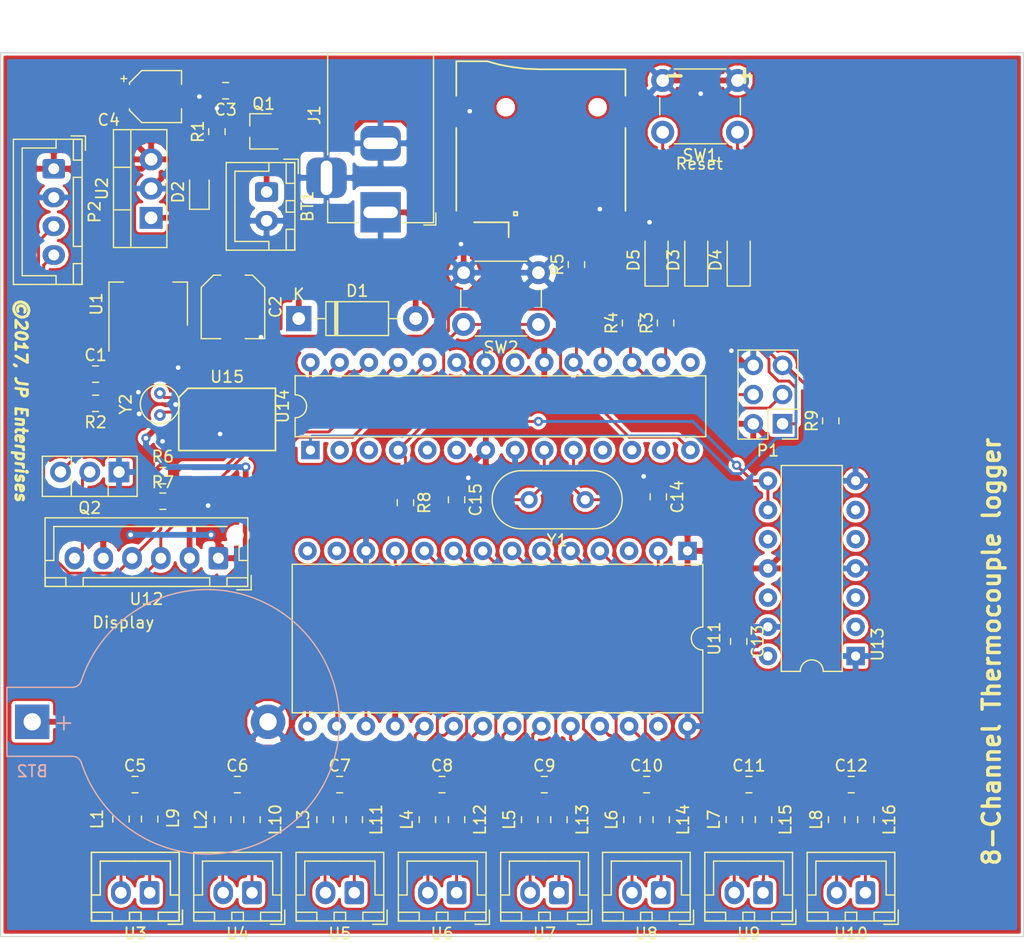
<source format=kicad_pcb>
(kicad_pcb (version 20171130) (host pcbnew "(5.0.2-4-gb601aea34)")
  (title_block (title "8-Channel Thermocouple datalogger") (date 2017-07-29) (rev ca9ed02408) (company "JP Enterprises"))
  (layers (0 F.Cu signal) (31 B.Cu signal) (34 B.Paste user) (35 F.Paste user) (36 B.SilkS user) (37 F.SilkS user) (38 B.Mask user) (39 F.Mask user) (44 Edge.Cuts user))
  (net 0 "")
  (net 1 GND)
  (net 2 "Net-(BT2-Pad1)")
  (net 3 5V0)
  (net 4 3V3)
  (net 5 9V0)
  (net 6 "/Thermocouple connectors/SB1")
  (net 7 "/Thermocouple connectors/SA1")
  (net 8 "/Thermocouple connectors/SA2")
  (net 9 "/Thermocouple connectors/SB2")
  (net 10 "/Thermocouple connectors/SB3")
  (net 11 "/Thermocouple connectors/SA3")
  (net 12 "/Thermocouple connectors/SA4")
  (net 13 "/Thermocouple connectors/SB4")
  (net 14 "/Thermocouple connectors/SB5")
  (net 15 "/Thermocouple connectors/SA5")
  (net 16 "/Thermocouple connectors/SA6")
  (net 17 "/Thermocouple connectors/SB6")
  (net 18 "/Thermocouple connectors/SB7")
  (net 19 "/Thermocouple connectors/SA7")
  (net 20 "/Thermocouple connectors/SA8")
  (net 21 "/Thermocouple connectors/SB8")
  (net 22 DB_MUX)
  (net 23 "Net-(C14-Pad2)")
  (net 24 "Net-(C15-Pad2)")
  (net 25 "Net-(D2-Pad2)")
  (net 26 "Net-(D3-Pad1)")
  (net 27 "Net-(D4-Pad1)")
  (net 28 "Net-(D5-Pad1)")
  (net 29 "Net-(L1-Pad2)")
  (net 30 "Net-(L2-Pad2)")
  (net 31 "Net-(L3-Pad2)")
  (net 32 "Net-(L4-Pad2)")
  (net 33 "Net-(L5-Pad2)")
  (net 34 "Net-(L6-Pad2)")
  (net 35 "Net-(L7-Pad2)")
  (net 36 "Net-(L8-Pad2)")
  (net 37 "Net-(L9-Pad1)")
  (net 38 "Net-(L10-Pad1)")
  (net 39 "Net-(L11-Pad1)")
  (net 40 "Net-(L12-Pad1)")
  (net 41 "Net-(L13-Pad1)")
  (net 42 "Net-(L14-Pad1)")
  (net 43 "Net-(L15-Pad1)")
  (net 44 "Net-(L16-Pad1)")
  (net 45 RESET)
  (net 46 MOSI)
  (net 47 SCK)
  (net 48 MISO)
  (net 49 SCL)
  (net 50 SDA)
  (net 51 "Net-(Q2-Pad3)")
  (net 52 "Net-(Q2-Pad2)")
  (net 53 B_LIGHT)
  (net 54 SS)
  (net 55 SLCT0)
  (net 56 SLCT1)
  (net 57 SLCT2)
  (net 58 TEMP)
  (net 59 "Net-(U13-Pad6)")
  (net 60 "Net-(U13-Pad12)")
  (net 61 "Net-(U13-Pad5)")
  (net 62 "Net-(U13-Pad10)")
  (net 63 "Net-(U13-Pad3)")
  (net 64 "Net-(U13-Pad2)")
  (net 65 "Net-(U14-Pad15)")
  (net 66 "Net-(U14-Pad2)")
  (net 67 "Net-(U14-Pad3)")
  (net 68 "Net-(U14-Pad5)")
  (net 69 "Net-(U14-Pad6)")
  (net 70 "Net-(U14-Pad21)")
  (net 71 "Net-(U14-Pad11)")
  (net 72 "Net-(U14-Pad12)")
  (net 73 "Net-(U14-Pad13)")
  (net 74 "Net-(U15-Pad7)")
  (net 75 "Net-(XS1-Pad1)")
  (net 76 "Net-(XS1-Pad8)")
  (net 77 "Net-(XS1-Pad9)")
  (net 78 /Thermocouple_PSU/Supply)
  (net 79 "Net-(R8-Pad1)")
  (net 80 "Net-(U15-Pad2)")
  (net 81 "Net-(U15-Pad1)")
  (net 82 "Net-(R1-Pad2)")
  (net 83 "Net-(R1-Pad1)")
  (module Connector_JST:JST_XH_B02B-XH-A_1x02_P2.50mm_Vertical (layer F.Cu) (at 106.934 145.415 180)
    (fp_text reference U3 (at 1.25 -3.55 180) (layer F.SilkS))
    (fp_text value TC_Connector)
    (pad 2 thru_hole oval (at 2.5 0 180) (size 1.7 2) (drill 1) (layers *.Cu *.Mask) (net 29 "Net-(L1-Pad2)"))
    (pad 1 thru_hole roundrect (at 0 0 180) (size 1.7 2) (drill 1) (layers *.Cu *.Mask) (roundrect_rratio 0.147059) (net 37 "Net-(L9-Pad1)"))
  )
  (module Connector_JST:JST_XH_B02B-XH-A_1x02_P2.50mm_Vertical (layer F.Cu) (at 106.934 145.415 180)
    (fp_text reference U3 (at 1.25 -3.55 180) (layer F.SilkS))
    (fp_text value TC_Connector)
    (pad 2 thru_hole oval (at 2.5 0 180) (size 1.7 2) (drill 1) (layers *.Cu *.Mask) (net 29 "Net-(L1-Pad2)"))
    (pad 1 thru_hole roundrect (at 0 0 180) (size 1.7 2) (drill 1) (layers *.Cu *.Mask) (roundrect_rratio 0.147059) (net 37 "Net-(L9-Pad1)"))
  )
  (module Connector_JST:JST_XH_B02B-XH-A_1x02_P2.50mm_Vertical (layer F.Cu) (at 115.824 145.415 180)
    (fp_text reference U4 (at 1.25 -3.55 180) (layer F.SilkS))
    (fp_text value TC_Connector)
    (pad 2 thru_hole oval (at 2.5 0 180) (size 1.7 2) (drill 1) (layers *.Cu *.Mask) (net 30 "Net-(L2-Pad2)"))
    (pad 1 thru_hole roundrect (at 0 0 180) (size 1.7 2) (drill 1) (layers *.Cu *.Mask) (roundrect_rratio 0.147059) (net 38 "Net-(L10-Pad1)"))
  )
  (module Connector_JST:JST_XH_B02B-XH-A_1x02_P2.50mm_Vertical (layer F.Cu) (at 124.714 145.415 180)
    (fp_text reference U5 (at 1.25 -3.55 180) (layer F.SilkS))
    (fp_text value TC_Connector)
    (pad 2 thru_hole oval (at 2.5 0 180) (size 1.7 2) (drill 1) (layers *.Cu *.Mask) (net 31 "Net-(L3-Pad2)"))
    (pad 1 thru_hole roundrect (at 0 0 180) (size 1.7 2) (drill 1) (layers *.Cu *.Mask) (roundrect_rratio 0.147059) (net 39 "Net-(L11-Pad1)"))
  )
  (module Connector_JST:JST_XH_B02B-XH-A_1x02_P2.50mm_Vertical (layer F.Cu) (at 133.604 145.415 180)
    (fp_text reference U6 (at 1.25 -3.55 180) (layer F.SilkS))
    (fp_text value TC_Connector)
    (pad 2 thru_hole oval (at 2.5 0 180) (size 1.7 2) (drill 1) (layers *.Cu *.Mask) (net 32 "Net-(L4-Pad2)"))
    (pad 1 thru_hole roundrect (at 0 0 180) (size 1.7 2) (drill 1) (layers *.Cu *.Mask) (roundrect_rratio 0.147059) (net 40 "Net-(L12-Pad1)"))
  )
  (module Connector_JST:JST_XH_B02B-XH-A_1x02_P2.50mm_Vertical (layer F.Cu) (at 151.344 145.415 180)
    (fp_text reference U8 (at 1.25 -3.55 180) (layer F.SilkS))
    (fp_text value TC_Connector)
    (pad 2 thru_hole oval (at 2.5 0 180) (size 1.7 2) (drill 1) (layers *.Cu *.Mask) (net 34 "Net-(L6-Pad2)"))
    (pad 1 thru_hole roundrect (at 0 0 180) (size 1.7 2) (drill 1) (layers *.Cu *.Mask) (roundrect_rratio 0.147059) (net 42 "Net-(L14-Pad1)"))
  )
  (module Connector_JST:JST_XH_B02B-XH-A_1x02_P2.50mm_Vertical (layer F.Cu) (at 160.234 145.415 180)
    (fp_text reference U9 (at 1.25 -3.55 180) (layer F.SilkS))
    (fp_text value TC_Connector)
    (pad 2 thru_hole oval (at 2.5 0 180) (size 1.7 2) (drill 1) (layers *.Cu *.Mask) (net 35 "Net-(L7-Pad2)"))
    (pad 1 thru_hole roundrect (at 0 0 180) (size 1.7 2) (drill 1) (layers *.Cu *.Mask) (roundrect_rratio 0.147059) (net 43 "Net-(L15-Pad1)"))
  )
  (module Connector_JST:JST_XH_B02B-XH-A_1x02_P2.50mm_Vertical (layer F.Cu) (at 169.124 145.415 180)
    (fp_text reference U10 (at 1.25 -3.55 180) (layer F.SilkS))
    (fp_text value TC_Connector)
    (pad 2 thru_hole oval (at 2.5 0 180) (size 1.7 2) (drill 1) (layers *.Cu *.Mask) (net 36 "Net-(L8-Pad2)"))
    (pad 1 thru_hole roundrect (at 0 0 180) (size 1.7 2) (drill 1) (layers *.Cu *.Mask) (roundrect_rratio 0.147059) (net 44 "Net-(L16-Pad1)"))
  )
  (module JP_ICs:DS1307 (layer F.Cu) (at 110.998 102.362 180)
    (fp_text reference U15 (at -2.667 1.8) (layer F.SilkS))
    (fp_text value DS1307+)
    (pad 4 smd rect (at -0.067 -3.81 270) (size 0.6 2.2) (layers F.Cu F.Paste F.Mask) (net 1 GND))
    (pad 5 smd rect (at -5.267 -3.81 270) (size 0.6 2.2) (layers F.Cu F.Paste F.Mask) (net 50 SDA))
    (pad 3 smd rect (at -0.067 -2.54 270) (size 0.6 2.2) (layers F.Cu F.Paste F.Mask) (net 2 "Net-(BT2-Pad1)"))
    (pad 6 smd rect (at -5.267 -2.54 270) (size 0.6 2.2) (layers F.Cu F.Paste F.Mask) (net 49 SCL))
    (pad 2 smd rect (at -0.067 -1.27 270) (size 0.6 2.2) (layers F.Cu F.Paste F.Mask) (net 80 "Net-(U15-Pad2)"))
    (pad 7 smd rect (at -5.267 -1.27 270) (size 0.6 2.2) (layers F.Cu F.Paste F.Mask) (net 74 "Net-(U15-Pad7)"))
    (pad 1 smd rect (at -0.067 0 270) (size 0.6 2.2) (layers F.Cu F.Paste F.Mask) (net 81 "Net-(U15-Pad1)"))
    (pad 8 smd rect (at -5.267 0 270) (size 0.6 2.2) (layers F.Cu F.Paste F.Mask) (net 3 5V0))
  )
  (module Capacitor_SMD:C_Elec_5x5.4 (layer F.Cu) (at 114.173 94.488 270)
    (fp_text reference C2 (at 0 -3.7 270) (layer F.SilkS))
    (fp_text value 47uF)
    (pad 1 smd roundrect (at -2.0625 0 270) (size 2.775 1.6) (layers F.Cu F.Paste F.Mask) (roundrect_rratio 0.15625) (net 4 3V3))
    (pad 2 smd roundrect (at 2.0625 0 270) (size 2.775 1.6) (layers F.Cu F.Paste F.Mask) (roundrect_rratio 0.15625) (net 1 GND))
  )
  (module Connector_JST:JST_XH_B02B-XH-A_1x02_P2.50mm_Vertical (layer F.Cu) (at 142.494 145.415 180)
    (fp_text reference U7 (at 1.25 -3.55 180) (layer F.SilkS))
    (fp_text value TC_Connector)
    (pad 2 thru_hole oval (at 2.5 0 180) (size 1.7 2) (drill 1) (layers *.Cu *.Mask) (net 33 "Net-(L5-Pad2)"))
    (pad 1 thru_hole roundrect (at 0 0 180) (size 1.7 2) (drill 1) (layers *.Cu *.Mask) (roundrect_rratio 0.147059) (net 41 "Net-(L13-Pad1)"))
  )
  (module Connector_JST:JST_XH_B02B-XH-A_1x02_P2.50mm_Vertical (layer F.Cu) (at 117.094 84.495 270)
    (fp_text reference BT1 (at 1.25 -3.55 270) (layer F.SilkS))
    (fp_text value 9V)
    (pad 1 thru_hole roundrect (at 0 0 270) (size 1.7 2) (drill 1) (layers *.Cu *.Mask) (roundrect_rratio 0.147059) (net 78 /Thermocouple_PSU/Supply))
    (pad 2 thru_hole oval (at 2.5 0 270) (size 1.7 2) (drill 1) (layers *.Cu *.Mask) (net 1 GND))
  )
  (module Connector_JST:JST_XH_B06B-XH-AM_1x06_P2.50mm_Vertical (layer F.Cu) (at 112.903 116.332 180)
    (fp_text reference U12 (at 6.25 -3.55 180) (layer F.SilkS))
    (fp_text value I2C_20x4_DISPLAY)
    (pad 1 thru_hole roundrect (at 0 0 180) (size 1.7 1.95) (drill 0.95) (layers *.Cu *.Mask) (roundrect_rratio 0.147059) (net 3 5V0))
    (pad 2 thru_hole oval (at 2.5 0 180) (size 1.7 1.95) (drill 0.95) (layers *.Cu *.Mask) (net 1 GND))
    (pad 3 thru_hole oval (at 5 0 180) (size 1.7 1.95) (drill 0.95) (layers *.Cu *.Mask) (net 50 SDA))
    (pad 4 thru_hole oval (at 7.5 0 180) (size 1.7 1.95) (drill 0.95) (layers *.Cu *.Mask) (net 49 SCL))
    (pad 5 thru_hole oval (at 10 0 180) (size 1.7 1.95) (drill 0.95) (layers *.Cu *.Mask) (net 3 5V0))
    (pad 6 thru_hole oval (at 12.5 0 180) (size 1.7 1.95) (drill 0.95) (layers *.Cu *.Mask) (net 52 "Net-(Q2-Pad2)"))
    (pad "" np_thru_hole circle (at -1.6 2 180) (size 1.2 1.2) (drill 1.2) (layers *.Cu *.Mask))
  )
  (module JP_Connectors:Conn_uSDcard (layer F.Cu) (at 140.927 77.13 180)
    (fp_text reference XS1)
    (fp_text value SD_ebay-uSD-push/push_SMD)
    (pad 6 smd rect (at 7.75 -0.4 180) (size 1.2 2.2) (layers F.Cu F.Paste F.Mask) (net 1 GND))
    (pad 6 smd rect (at -7.75 -0.4 180) (size 1.2 2.2) (layers F.Cu F.Paste F.Mask) (net 1 GND))
    (pad 6 smd rect (at 6.85 -10 180) (size 1.6 1.4) (layers F.Cu F.Paste F.Mask) (net 1 GND))
    (pad 6 smd rect (at -7.75 -10 180) (size 1.2 1.4) (layers F.Cu F.Paste F.Mask) (net 1 GND))
    (pad 9 smd rect (at -6.6 -10.5 180) (size 0.7 1.6) (layers F.Cu F.Paste F.Mask) (net 77 "Net-(XS1-Pad9)"))
    (pad 7 smd rect (at -4.4 -10.5 180) (size 0.7 1.6) (layers F.Cu F.Paste F.Mask) (net 48 MISO))
    (pad 8 smd rect (at -5.5 -10.5 180) (size 0.7 1.6) (layers F.Cu F.Paste F.Mask) (net 76 "Net-(XS1-Pad8)"))
    (pad 6 smd rect (at -3.3 -10.5 180) (size 0.7 1.6) (layers F.Cu F.Paste F.Mask) (net 1 GND))
    (pad 5 smd rect (at -2.2 -10.5 180) (size 0.7 1.6) (layers F.Cu F.Paste F.Mask) (net 28 "Net-(D5-Pad1)"))
    (pad 4 smd rect (at -1.1 -10.5 180) (size 0.7 1.6) (layers F.Cu F.Paste F.Mask) (net 4 3V3))
    (pad 1 smd rect (at 2.2 -10.5 180) (size 0.7 1.6) (layers F.Cu F.Paste F.Mask) (net 75 "Net-(XS1-Pad1)"))
    (pad 2 smd rect (at 1.1 -10.5 180) (size 0.7 1.6) (layers F.Cu F.Paste F.Mask) (net 27 "Net-(D4-Pad1)"))
    (pad "" np_thru_hole circle (at 3.05 0 180) (size 1 1) (drill 1) (layers *.Cu))
    (pad "" np_thru_hole circle (at -4.93 0 180) (size 1 1) (drill 1) (layers *.Cu))
    (pad 3 smd rect (at 0 -10.5 180) (size 0.7 1.6) (layers F.Cu F.Paste F.Mask) (net 26 "Net-(D3-Pad1)"))
  )
  (module Connector_BarrelJack:BarrelJack_Horizontal (layer F.Cu) (at 127 86.264 270)
    (fp_text reference J1 (at -8.45 5.75 270) (layer F.SilkS))
    (fp_text value Barrel_Jack)
    (pad 3 thru_hole roundrect (at -3 4.7 270) (size 3.5 3.5) (drill oval 3 1) (layers *.Cu *.Mask) (net 1 GND))
    (pad 2 thru_hole roundrect (at -6 0 270) (size 3 3.5) (drill oval 1 3) (layers *.Cu *.Mask) (net 1 GND))
    (pad 1 thru_hole rect (at 0 0 270) (size 3.5 3.5) (drill oval 1 3) (layers *.Cu *.Mask) (net 78 /Thermocouple_PSU/Supply))
  )
  (module Battery:BatteryHolder_Keystone_103_1x20mm (layer B.Cu) (at 96.731 130.556)
    (fp_text reference BT2 (at 0 4.3) (layer B.SilkS) (effects (justify mirror)))
    (fp_text value Battery)
    (fp_text user + (at 2.75 0) (layer B.SilkS) (effects (font (size 1.5 1.5)) (justify mirror)))
    (pad 1 thru_hole rect (at 0 0) (size 3 3) (drill 1.5) (layers *.Cu *.Mask) (net 2 "Net-(BT2-Pad1)"))
    (pad 2 thru_hole circle (at 20.49 0) (size 3 3) (drill 1.5) (layers *.Cu *.Mask) (net 1 GND))
  )
  (module Package_TO_SOT_THT:TO-126-3_Vertical (layer F.Cu) (at 104.267 108.839 180)
    (fp_text reference Q2 (at 2.54 -3.12 180) (layer F.SilkS))
    (fp_text value BD139)
    (pad 3 thru_hole oval (at 5.08 0 180) (size 1.8 1.8) (drill 1) (layers *.Cu *.Mask) (net 51 "Net-(Q2-Pad3)"))
    (pad 2 thru_hole oval (at 2.54 0 180) (size 1.8 1.8) (drill 1) (layers *.Cu *.Mask) (net 52 "Net-(Q2-Pad2)"))
    (pad 1 thru_hole rect (at 0 0 180) (size 1.8 1.8) (drill 1) (layers *.Cu *.Mask) (net 1 GND))
  )
  (module Package_DIP:DIP-14_W7.62mm (layer F.Cu) (at 168.275 124.841 180)
    (fp_text reference U13 (at -1.905 1.016 270) (layer F.SilkS))
    (fp_text value AD595)
    (pad 14 thru_hole oval (at 7.62 0 180) (size 1.6 1.6) (drill 0.8) (layers *.Cu *.Mask) (net 22 DB_MUX))
    (pad 7 thru_hole oval (at 0 15.24 180) (size 1.6 1.6) (drill 0.8) (layers *.Cu *.Mask) (net 1 GND))
    (pad 13 thru_hole oval (at 7.62 2.54 180) (size 1.6 1.6) (drill 0.8) (layers *.Cu *.Mask) (net 1 GND))
    (pad 6 thru_hole oval (at 0 12.7 180) (size 1.6 1.6) (drill 0.8) (layers *.Cu *.Mask) (net 59 "Net-(U13-Pad6)"))
    (pad 12 thru_hole oval (at 7.62 5.08 180) (size 1.6 1.6) (drill 0.8) (layers *.Cu *.Mask) (net 60 "Net-(U13-Pad12)"))
    (pad 5 thru_hole oval (at 0 10.16 180) (size 1.6 1.6) (drill 0.8) (layers *.Cu *.Mask) (net 61 "Net-(U13-Pad5)"))
    (pad 11 thru_hole oval (at 7.62 7.62 180) (size 1.6 1.6) (drill 0.8) (layers *.Cu *.Mask) (net 3 5V0))
    (pad 4 thru_hole oval (at 0 7.62 180) (size 1.6 1.6) (drill 0.8) (layers *.Cu *.Mask) (net 1 GND))
    (pad 10 thru_hole oval (at 7.62 10.16 180) (size 1.6 1.6) (drill 0.8) (layers *.Cu *.Mask) (net 62 "Net-(U13-Pad10)"))
    (pad 3 thru_hole oval (at 0 5.08 180) (size 1.6 1.6) (drill 0.8) (layers *.Cu *.Mask) (net 63 "Net-(U13-Pad3)"))
    (pad 9 thru_hole oval (at 7.62 12.7 180) (size 1.6 1.6) (drill 0.8) (layers *.Cu *.Mask) (net 58 TEMP))
    (pad 2 thru_hole oval (at 0 2.54 180) (size 1.6 1.6) (drill 0.8) (layers *.Cu *.Mask) (net 64 "Net-(U13-Pad2)"))
    (pad 8 thru_hole oval (at 7.62 15.24 180) (size 1.6 1.6) (drill 0.8) (layers *.Cu *.Mask) (net 58 TEMP))
    (pad 1 thru_hole rect (at 0 0 180) (size 1.6 1.6) (drill 0.8) (layers *.Cu *.Mask) (net 1 GND))
  )
  (module Diode_THT:D_DO-41_SOD81_P10.16mm_Horizontal (layer F.Cu) (at 119.888 95.504)
    (fp_text reference D1 (at 5.08 -2.41) (layer F.SilkS))
    (fp_text value 1N4007)
    (fp_text user K (at 0 -2.1) (layer F.SilkS))
    (pad 2 thru_hole oval (at 10.16 0) (size 2.2 2.2) (drill 1.1) (layers *.Cu *.Mask) (net 78 /Thermocouple_PSU/Supply))
    (pad 1 thru_hole rect (at 0 0) (size 2.2 2.2) (drill 1.1) (layers *.Cu *.Mask) (net 5 9V0))
  )
  (module Button_Switch_THT:SW_PUSH_6mm_H5mm (layer F.Cu) (at 140.716 96.012 180)
    (fp_text reference SW2 (at 3.25 -2 180) (layer F.SilkS))
    (fp_text value SW_Push)
    (pad 1 thru_hole circle (at 6.5 0 270) (size 2 2) (drill 1.1) (layers *.Cu *.Mask) (net 79 "Net-(R8-Pad1)"))
    (pad 2 thru_hole circle (at 6.5 4.5 270) (size 2 2) (drill 1.1) (layers *.Cu *.Mask) (net 1 GND))
    (pad 1 thru_hole circle (at 0 0 270) (size 2 2) (drill 1.1) (layers *.Cu *.Mask) (net 79 "Net-(R8-Pad1)"))
    (pad 2 thru_hole circle (at 0 4.5 270) (size 2 2) (drill 1.1) (layers *.Cu *.Mask) (net 1 GND))
  )
  (module Button_Switch_THT:SW_PUSH_6mm_H5mm (layer F.Cu) (at 158.011 79.303 180)
    (fp_text reference SW1 (at 3.25 -2 180) (layer F.SilkS))
    (fp_text value SW_Push)
    (pad 1 thru_hole circle (at 6.5 0 270) (size 2 2) (drill 1.1) (layers *.Cu *.Mask) (net 45 RESET))
    (pad 2 thru_hole circle (at 6.5 4.5 270) (size 2 2) (drill 1.1) (layers *.Cu *.Mask) (net 1 GND))
    (pad 1 thru_hole circle (at 0 0 270) (size 2 2) (drill 1.1) (layers *.Cu *.Mask) (net 45 RESET))
    (pad 2 thru_hole circle (at 0 4.5 270) (size 2 2) (drill 1.1) (layers *.Cu *.Mask) (net 1 GND))
  )
  (module Connector_PinHeader_2.54mm:PinHeader_2x03_P2.54mm_Vertical (layer F.Cu) (at 161.925 104.648 180)
    (fp_text reference P1 (at 1.27 -2.33 180) (layer F.SilkS))
    (fp_text value CONN_02X03)
    (pad 6 thru_hole oval (at 2.54 5.08 180) (size 1.7 1.7) (drill 1) (layers *.Cu *.Mask) (net 1 GND))
    (pad 5 thru_hole oval (at 0 5.08 180) (size 1.7 1.7) (drill 1) (layers *.Cu *.Mask) (net 45 RESET))
    (pad 4 thru_hole oval (at 2.54 2.54 180) (size 1.7 1.7) (drill 1) (layers *.Cu *.Mask) (net 46 MOSI))
    (pad 3 thru_hole oval (at 0 2.54 180) (size 1.7 1.7) (drill 1) (layers *.Cu *.Mask) (net 47 SCK))
    (pad 2 thru_hole oval (at 2.54 0 180) (size 1.7 1.7) (drill 1) (layers *.Cu *.Mask) (net 3 5V0))
    (pad 1 thru_hole rect (at 0 0 180) (size 1.7 1.7) (drill 1) (layers *.Cu *.Mask) (net 48 MISO))
  )
  (module Package_TO_SOT_SMD:SOT-223 (layer F.Cu) (at 106.807 94.234 90)
    (fp_text reference U1 (at 0 -4.5 90) (layer F.SilkS))
    (fp_text value LM3940)
    (pad 1 smd rect (at -3.15 -2.3 90) (size 2 1.5) (layers F.Cu F.Paste F.Mask) (net 3 5V0))
    (pad 3 smd rect (at -3.15 2.3 90) (size 2 1.5) (layers F.Cu F.Paste F.Mask) (net 4 3V3))
    (pad 2 smd rect (at -3.15 0 90) (size 2 1.5) (layers F.Cu F.Paste F.Mask) (net 1 GND))
    (pad 4 smd rect (at 3.15 0 90) (size 2 3.8) (layers F.Cu F.Paste F.Mask))
  )
  (module Package_TO_SOT_THT:TO-220-3_Vertical (layer F.Cu) (at 107.061 86.741 90)
    (fp_text reference U2 (at 2.54 -4.27 90) (layer F.SilkS))
    (fp_text value 7805)
    (pad 3 thru_hole oval (at 5.08 0 90) (size 1.905 2) (drill 1.1) (layers *.Cu *.Mask) (net 3 5V0))
    (pad 2 thru_hole oval (at 2.54 0 90) (size 1.905 2) (drill 1.1) (layers *.Cu *.Mask) (net 1 GND))
    (pad 1 thru_hole rect (at 0 0 90) (size 1.905 2) (drill 1.1) (layers *.Cu *.Mask) (net 5 9V0))
  )
  (module Package_TO_SOT_SMD:TSOT-23 (layer F.Cu) (at 116.586 79.248 180)
    (fp_text reference Q1 (at -0.254 2.413 180) (layer F.SilkS))
    (fp_text value BS250)
    (pad 3 smd rect (at 1.31 0 180) (size 1.22 0.65) (layers F.Cu F.Paste F.Mask) (net 5 9V0))
    (pad 2 smd rect (at -1.31 0.95 180) (size 1.22 0.65) (layers F.Cu F.Paste F.Mask) (net 25 "Net-(D2-Pad2)"))
    (pad 1 smd rect (at -1.31 -0.95 180) (size 1.22 0.65) (layers F.Cu F.Paste F.Mask) (net 78 /Thermocouple_PSU/Supply))
  )
  (module Crystal:Crystal_Round_D3.0mm_Vertical (layer F.Cu) (at 107.823 101.986 270)
    (fp_text reference Y2 (at 0.95 2.9718 270) (layer F.SilkS))
    (fp_text value 32.768kHz)
    (pad 2 thru_hole circle (at 1.9 0 270) (size 1 1) (drill 0.5) (layers *.Cu *.Mask) (net 81 "Net-(U15-Pad1)"))
    (pad 1 thru_hole circle (at 0 0 270) (size 1 1) (drill 0.5) (layers *.Cu *.Mask) (net 80 "Net-(U15-Pad2)"))
  )
  (module Package_DIP:DIP-28_W7.62mm (layer F.Cu) (at 120.904 106.934 90)
    (fp_text reference U14 (at 3.81 -2.39 90) (layer F.SilkS))
    (fp_text value ATMEGA328P-PU)
    (pad 28 thru_hole oval (at 7.62 0 90) (size 1.6 1.6) (drill 0.8) (layers *.Cu *.Mask) (net 49 SCL))
    (pad 14 thru_hole oval (at 0 33.02 90) (size 1.6 1.6) (drill 0.8) (layers *.Cu *.Mask) (net 53 B_LIGHT))
    (pad 27 thru_hole oval (at 7.62 2.54 90) (size 1.6 1.6) (drill 0.8) (layers *.Cu *.Mask) (net 50 SDA))
    (pad 13 thru_hole oval (at 0 30.48 90) (size 1.6 1.6) (drill 0.8) (layers *.Cu *.Mask) (net 73 "Net-(U14-Pad13)"))
    (pad 26 thru_hole oval (at 7.62 5.08 90) (size 1.6 1.6) (drill 0.8) (layers *.Cu *.Mask) (net 57 SLCT2))
    (pad 12 thru_hole oval (at 0 27.94 90) (size 1.6 1.6) (drill 0.8) (layers *.Cu *.Mask) (net 72 "Net-(U14-Pad12)"))
    (pad 25 thru_hole oval (at 7.62 7.62 90) (size 1.6 1.6) (drill 0.8) (layers *.Cu *.Mask) (net 56 SLCT1))
    (pad 11 thru_hole oval (at 0 25.4 90) (size 1.6 1.6) (drill 0.8) (layers *.Cu *.Mask) (net 71 "Net-(U14-Pad11)"))
    (pad 24 thru_hole oval (at 7.62 10.16 90) (size 1.6 1.6) (drill 0.8) (layers *.Cu *.Mask) (net 55 SLCT0))
    (pad 10 thru_hole oval (at 0 22.86 90) (size 1.6 1.6) (drill 0.8) (layers *.Cu *.Mask) (net 23 "Net-(C14-Pad2)"))
    (pad 23 thru_hole oval (at 7.62 12.7 90) (size 1.6 1.6) (drill 0.8) (layers *.Cu *.Mask) (net 58 TEMP))
    (pad 9 thru_hole oval (at 0 20.32 90) (size 1.6 1.6) (drill 0.8) (layers *.Cu *.Mask) (net 24 "Net-(C15-Pad2)"))
    (pad 22 thru_hole oval (at 7.62 15.24 90) (size 1.6 1.6) (drill 0.8) (layers *.Cu *.Mask) (net 1 GND))
    (pad 8 thru_hole oval (at 0 17.78 90) (size 1.6 1.6) (drill 0.8) (layers *.Cu *.Mask) (net 1 GND))
    (pad 21 thru_hole oval (at 7.62 17.78 90) (size 1.6 1.6) (drill 0.8) (layers *.Cu *.Mask) (net 70 "Net-(U14-Pad21)"))
    (pad 7 thru_hole oval (at 0 15.24 90) (size 1.6 1.6) (drill 0.8) (layers *.Cu *.Mask) (net 3 5V0))
    (pad 20 thru_hole oval (at 7.62 20.32 90) (size 1.6 1.6) (drill 0.8) (layers *.Cu *.Mask) (net 3 5V0))
    (pad 6 thru_hole oval (at 0 12.7 90) (size 1.6 1.6) (drill 0.8) (layers *.Cu *.Mask) (net 69 "Net-(U14-Pad6)"))
    (pad 19 thru_hole oval (at 7.62 22.86 90) (size 1.6 1.6) (drill 0.8) (layers *.Cu *.Mask) (net 47 SCK))
    (pad 5 thru_hole oval (at 0 10.16 90) (size 1.6 1.6) (drill 0.8) (layers *.Cu *.Mask) (net 68 "Net-(U14-Pad5)"))
    (pad 18 thru_hole oval (at 7.62 25.4 90) (size 1.6 1.6) (drill 0.8) (layers *.Cu *.Mask) (net 48 MISO))
    (pad 4 thru_hole oval (at 0 7.62 90) (size 1.6 1.6) (drill 0.8) (layers *.Cu *.Mask) (net 79 "Net-(R8-Pad1)"))
    (pad 17 thru_hole oval (at 7.62 27.94 90) (size 1.6 1.6) (drill 0.8) (layers *.Cu *.Mask) (net 46 MOSI))
    (pad 3 thru_hole oval (at 0 5.08 90) (size 1.6 1.6) (drill 0.8) (layers *.Cu *.Mask) (net 67 "Net-(U14-Pad3)"))
    (pad 16 thru_hole oval (at 7.62 30.48 90) (size 1.6 1.6) (drill 0.8) (layers *.Cu *.Mask) (net 54 SS))
    (pad 2 thru_hole oval (at 0 2.54 90) (size 1.6 1.6) (drill 0.8) (layers *.Cu *.Mask) (net 66 "Net-(U14-Pad2)"))
    (pad 15 thru_hole oval (at 7.62 33.02 90) (size 1.6 1.6) (drill 0.8) (layers *.Cu *.Mask) (net 65 "Net-(U14-Pad15)"))
    (pad 1 thru_hole rect (at 0 0 90) (size 1.6 1.6) (drill 0.8) (layers *.Cu *.Mask) (net 45 RESET))
  )
  (module Package_DIP:DIP-28_W15.24mm (layer F.Cu) (at 153.67 115.697 270)
    (fp_text reference U11 (at 7.62 -2.33 270) (layer F.SilkS))
    (fp_text value ADG407)
    (pad 28 thru_hole oval (at 15.24 0 270) (size 1.6 1.6) (drill 0.8) (layers *.Cu *.Mask) (net 1 GND))
    (pad 14 thru_hole oval (at 0 33.02 270) (size 1.6 1.6) (drill 0.8) (layers *.Cu *.Mask))
    (pad 27 thru_hole oval (at 15.24 2.54 270) (size 1.6 1.6) (drill 0.8) (layers *.Cu *.Mask))
    (pad 13 thru_hole oval (at 0 30.48 270) (size 1.6 1.6) (drill 0.8) (layers *.Cu *.Mask))
    (pad 26 thru_hole oval (at 15.24 5.08 270) (size 1.6 1.6) (drill 0.8) (layers *.Cu *.Mask) (net 20 "/Thermocouple connectors/SA8"))
    (pad 12 thru_hole oval (at 0 27.94 270) (size 1.6 1.6) (drill 0.8) (layers *.Cu *.Mask) (net 1 GND))
    (pad 25 thru_hole oval (at 15.24 7.62 270) (size 1.6 1.6) (drill 0.8) (layers *.Cu *.Mask) (net 19 "/Thermocouple connectors/SA7"))
    (pad 11 thru_hole oval (at 0 25.4 270) (size 1.6 1.6) (drill 0.8) (layers *.Cu *.Mask) (net 6 "/Thermocouple connectors/SB1"))
    (pad 24 thru_hole oval (at 15.24 10.16 270) (size 1.6 1.6) (drill 0.8) (layers *.Cu *.Mask) (net 16 "/Thermocouple connectors/SA6"))
    (pad 10 thru_hole oval (at 0 22.86 270) (size 1.6 1.6) (drill 0.8) (layers *.Cu *.Mask) (net 9 "/Thermocouple connectors/SB2"))
    (pad 23 thru_hole oval (at 15.24 12.7 270) (size 1.6 1.6) (drill 0.8) (layers *.Cu *.Mask) (net 15 "/Thermocouple connectors/SA5"))
    (pad 9 thru_hole oval (at 0 20.32 270) (size 1.6 1.6) (drill 0.8) (layers *.Cu *.Mask) (net 10 "/Thermocouple connectors/SB3"))
    (pad 22 thru_hole oval (at 15.24 15.24 270) (size 1.6 1.6) (drill 0.8) (layers *.Cu *.Mask) (net 12 "/Thermocouple connectors/SA4"))
    (pad 8 thru_hole oval (at 0 17.78 270) (size 1.6 1.6) (drill 0.8) (layers *.Cu *.Mask) (net 13 "/Thermocouple connectors/SB4"))
    (pad 21 thru_hole oval (at 15.24 17.78 270) (size 1.6 1.6) (drill 0.8) (layers *.Cu *.Mask) (net 11 "/Thermocouple connectors/SA3"))
    (pad 7 thru_hole oval (at 0 15.24 270) (size 1.6 1.6) (drill 0.8) (layers *.Cu *.Mask) (net 14 "/Thermocouple connectors/SB5"))
    (pad 20 thru_hole oval (at 15.24 20.32 270) (size 1.6 1.6) (drill 0.8) (layers *.Cu *.Mask) (net 8 "/Thermocouple connectors/SA2"))
    (pad 6 thru_hole oval (at 0 12.7 270) (size 1.6 1.6) (drill 0.8) (layers *.Cu *.Mask) (net 17 "/Thermocouple connectors/SB6"))
    (pad 19 thru_hole oval (at 15.24 22.86 270) (size 1.6 1.6) (drill 0.8) (layers *.Cu *.Mask) (net 7 "/Thermocouple connectors/SA1"))
    (pad 5 thru_hole oval (at 0 10.16 270) (size 1.6 1.6) (drill 0.8) (layers *.Cu *.Mask) (net 18 "/Thermocouple connectors/SB7"))
    (pad 18 thru_hole oval (at 15.24 25.4 270) (size 1.6 1.6) (drill 0.8) (layers *.Cu *.Mask) (net 3 5V0))
    (pad 4 thru_hole oval (at 0 7.62 270) (size 1.6 1.6) (drill 0.8) (layers *.Cu *.Mask) (net 21 "/Thermocouple connectors/SB8"))
    (pad 17 thru_hole oval (at 15.24 27.94 270) (size 1.6 1.6) (drill 0.8) (layers *.Cu *.Mask) (net 55 SLCT0))
    (pad 3 thru_hole oval (at 0 5.08 270) (size 1.6 1.6) (drill 0.8) (layers *.Cu *.Mask))
    (pad 16 thru_hole oval (at 15.24 30.48 270) (size 1.6 1.6) (drill 0.8) (layers *.Cu *.Mask) (net 56 SLCT1))
    (pad 2 thru_hole oval (at 0 2.54 270) (size 1.6 1.6) (drill 0.8) (layers *.Cu *.Mask) (net 22 DB_MUX))
    (pad 15 thru_hole oval (at 15.24 33.02 270) (size 1.6 1.6) (drill 0.8) (layers *.Cu *.Mask) (net 57 SLCT2))
    (pad 1 thru_hole rect (at 0 0 270) (size 1.6 1.6) (drill 0.8) (layers *.Cu *.Mask) (net 3 5V0))
  )
  (module Crystal:Crystal_HC49-U_Vertical (layer F.Cu) (at 144.78 111.252 180)
    (fp_text reference Y1 (at 2.44 -3.525 180) (layer F.SilkS))
    (fp_text value 16MHz)
    (pad 2 thru_hole circle (at 4.88 0 180) (size 1.5 1.5) (drill 0.8) (layers *.Cu *.Mask) (net 24 "Net-(C15-Pad2)"))
    (pad 1 thru_hole circle (at 0 0 180) (size 1.5 1.5) (drill 0.8) (layers *.Cu *.Mask) (net 23 "Net-(C14-Pad2)"))
  )
  (module Diode_SMD:D_SOD-323 (layer F.Cu) (at 111.252 84.502 90)
    (fp_text reference D2 (at 0 -1.85 90) (layer F.SilkS))
    (fp_text value 9V)
    (pad 2 smd rect (at 1.05 0 90) (size 0.6 0.45) (layers F.Cu F.Paste F.Mask) (net 25 "Net-(D2-Pad2)"))
    (pad 1 smd rect (at -1.05 0 90) (size 0.6 0.45) (layers F.Cu F.Paste F.Mask) (net 5 9V0))
  )
  (module Diode_SMD:D_SOD-123 (layer F.Cu) (at 158.115 90.424 90)
    (fp_text reference D4 (at 0 -2 90) (layer F.SilkS))
    (fp_text value 3.3V)
    (pad 2 smd rect (at 1.65 0 90) (size 0.9 1.2) (layers F.Cu F.Paste F.Mask) (net 1 GND))
    (pad 1 smd rect (at -1.65 0 90) (size 0.9 1.2) (layers F.Cu F.Paste F.Mask) (net 27 "Net-(D4-Pad1)"))
  )
  (module Diode_SMD:D_SOD-123 (layer F.Cu) (at 154.432 90.424 90)
    (fp_text reference D3 (at 0 -2 90) (layer F.SilkS))
    (fp_text value 3.3V)
    (pad 2 smd rect (at 1.65 0 90) (size 0.9 1.2) (layers F.Cu F.Paste F.Mask) (net 1 GND))
    (pad 1 smd rect (at -1.65 0 90) (size 0.9 1.2) (layers F.Cu F.Paste F.Mask) (net 26 "Net-(D3-Pad1)"))
  )
  (module Diode_SMD:D_SOD-123 (layer F.Cu) (at 150.9776 90.424 90)
    (fp_text reference D5 (at 0 -2 90) (layer F.SilkS))
    (fp_text value 3.3V)
    (pad 2 smd rect (at 1.65 0 90) (size 0.9 1.2) (layers F.Cu F.Paste F.Mask) (net 1 GND))
    (pad 1 smd rect (at -1.65 0 90) (size 0.9 1.2) (layers F.Cu F.Paste F.Mask) (net 28 "Net-(D5-Pad1)"))
  )
  (module Resistor_SMD:R_0805_2012Metric (layer F.Cu) (at 108.077 111.379)
    (fp_text reference R7 (at 0 -1.65) (layer F.SilkS))
    (fp_text value 10K)
    (pad 2 smd roundrect (at 0.9375 0) (size 0.975 1.4) (layers F.Cu F.Paste F.Mask) (net 50 SDA))
    (pad 1 smd roundrect (at -0.9375 0) (size 0.975 1.4) (layers F.Cu F.Paste F.Mask) (net 3 5V0))
  )
  (module Resistor_SMD:R_0805_2012Metric (layer F.Cu) (at 108.077 109.1565)
    (fp_text reference R6 (at 0 -1.65) (layer F.SilkS))
    (fp_text value 10K)
    (pad 2 smd roundrect (at 0.9375 0) (size 0.975 1.4) (layers F.Cu F.Paste F.Mask) (net 49 SCL))
    (pad 1 smd roundrect (at -0.9375 0) (size 0.975 1.4) (layers F.Cu F.Paste F.Mask) (net 3 5V0))
  )
  (module Resistor_SMD:R_0805_2012Metric (layer F.Cu) (at 129.159 111.506 270)
    (fp_text reference R8 (at 0 -1.65 270) (layer F.SilkS))
    (fp_text value 10K)
    (pad 2 smd roundrect (at 0.9375 0 270) (size 0.975 1.4) (layers F.Cu F.Paste F.Mask) (net 3 5V0))
    (pad 1 smd roundrect (at -0.9375 0 270) (size 0.975 1.4) (layers F.Cu F.Paste F.Mask) (net 79 "Net-(R8-Pad1)"))
  )
  (module Resistor_SMD:R_0805_2012Metric (layer F.Cu) (at 112.776 79.248 90)
    (fp_text reference R1 (at 0 -1.65 90) (layer F.SilkS))
    (fp_text value 10K)
    (pad 2 smd roundrect (at 0.9375 0 90) (size 0.975 1.4) (layers F.Cu F.Paste F.Mask) (net 82 "Net-(R1-Pad2)"))
    (pad 1 smd roundrect (at -0.9375 0 90) (size 0.975 1.4) (layers F.Cu F.Paste F.Mask) (net 83 "Net-(R1-Pad1)"))
  )
  (module Resistor_SMD:R_0805_2012Metric (layer F.Cu) (at 148.717 95.885 90)
    (fp_text reference R4 (at 0 -1.65 90) (layer F.SilkS))
    (fp_text value 220R)
    (pad 2 smd roundrect (at 0.9375 0 90) (size 0.975 1.4) (layers F.Cu F.Paste F.Mask) (net 26 "Net-(D3-Pad1)"))
    (pad 1 smd roundrect (at -0.9375 0 90) (size 0.975 1.4) (layers F.Cu F.Paste F.Mask) (net 46 MOSI))
  )
  (module Resistor_SMD:R_0805_2012Metric (layer F.Cu) (at 144.018 90.805 90)
    (fp_text reference R5 (at 0 -1.65 90) (layer F.SilkS))
    (fp_text value 220R)
    (pad 2 smd roundrect (at 0.9375 0 90) (size 0.975 1.4) (layers F.Cu F.Paste F.Mask) (net 28 "Net-(D5-Pad1)"))
    (pad 1 smd roundrect (at -0.9375 0 90) (size 0.975 1.4) (layers F.Cu F.Paste F.Mask) (net 47 SCK))
  )
  (module Resistor_SMD:R_0805_2012Metric (layer F.Cu) (at 151.765 95.885 90)
    (fp_text reference R3 (at 0 -1.65 90) (layer F.SilkS))
    (fp_text value 220R)
    (pad 2 smd roundrect (at 0.9375 0 90) (size 0.975 1.4) (layers F.Cu F.Paste F.Mask) (net 27 "Net-(D4-Pad1)"))
    (pad 1 smd roundrect (at -0.9375 0 90) (size 0.975 1.4) (layers F.Cu F.Paste F.Mask) (net 54 SS))
  )
  (module Resistor_SMD:R_0805_2012Metric (layer F.Cu) (at 102.235 102.87 180)
    (fp_text reference R2 (at 0 -1.65 180) (layer F.SilkS))
    (fp_text value 10K)
    (pad 2 smd roundrect (at 0.9375 0 180) (size 0.975 1.4) (layers F.Cu F.Paste F.Mask) (net 51 "Net-(Q2-Pad3)"))
    (pad 1 smd roundrect (at -0.9375 0 180) (size 0.975 1.4) (layers F.Cu F.Paste F.Mask) (net 53 B_LIGHT))
  )
  (module Inductor_SMD:L_0805_2012Metric (layer F.Cu) (at 142.494 139.065 90)
    (fp_text reference L13 (at 0 2.032 90) (layer F.SilkS))
    (fp_text value 150)
    (pad 2 smd roundrect (at 0.9375 0 90) (size 0.975 1.4) (layers F.Cu F.Paste F.Mask) (net 14 "/Thermocouple connectors/SB5"))
    (pad 1 smd roundrect (at -0.9375 0 90) (size 0.975 1.4) (layers F.Cu F.Paste F.Mask) (net 41 "Net-(L13-Pad1)"))
  )
  (module Inductor_SMD:L_0805_2012Metric (layer F.Cu) (at 157.734 139.065 270)
    (fp_text reference L7 (at 0 1.778 270) (layer F.SilkS))
    (fp_text value 150)
    (pad 2 smd roundrect (at 0.9375 0 270) (size 0.975 1.4) (layers F.Cu F.Paste F.Mask) (net 35 "Net-(L7-Pad2)"))
    (pad 1 smd roundrect (at -0.9375 0 270) (size 0.975 1.4) (layers F.Cu F.Paste F.Mask) (net 19 "/Thermocouple connectors/SA7"))
  )
  (module Inductor_SMD:L_0805_2012Metric (layer F.Cu) (at 106.934 139.0142 90)
    (fp_text reference L9 (at 0.0762 2.032 90) (layer F.SilkS))
    (fp_text value 150)
    (pad 2 smd roundrect (at 0.9375 0 90) (size 0.975 1.4) (layers F.Cu F.Paste F.Mask) (net 6 "/Thermocouple connectors/SB1"))
    (pad 1 smd roundrect (at -0.9375 0 90) (size 0.975 1.4) (layers F.Cu F.Paste F.Mask) (net 37 "Net-(L9-Pad1)"))
  )
  (module Inductor_SMD:L_0805_2012Metric (layer F.Cu) (at 104.4448 139.0142 270)
    (fp_text reference L1 (at 0 2.0828 270) (layer F.SilkS))
    (fp_text value 150)
    (pad 2 smd roundrect (at 0.9375 0 270) (size 0.975 1.4) (layers F.Cu F.Paste F.Mask) (net 29 "Net-(L1-Pad2)"))
    (pad 1 smd roundrect (at -0.9375 0 270) (size 0.975 1.4) (layers F.Cu F.Paste F.Mask) (net 7 "/Thermocouple connectors/SA1"))
  )
  (module Inductor_SMD:L_0805_2012Metric (layer F.Cu) (at 113.284 139.065 270)
    (fp_text reference L2 (at 0 1.905 270) (layer F.SilkS))
    (fp_text value 150)
    (pad 2 smd roundrect (at 0.9375 0 270) (size 0.975 1.4) (layers F.Cu F.Paste F.Mask) (net 30 "Net-(L2-Pad2)"))
    (pad 1 smd roundrect (at -0.9375 0 270) (size 0.975 1.4) (layers F.Cu F.Paste F.Mask) (net 8 "/Thermocouple connectors/SA2"))
  )
  (module Inductor_SMD:L_0805_2012Metric (layer F.Cu) (at 122.174 139.065 270)
    (fp_text reference L3 (at 0 1.905 270) (layer F.SilkS))
    (fp_text value 150)
    (pad 2 smd roundrect (at 0.9375 0 270) (size 0.975 1.4) (layers F.Cu F.Paste F.Mask) (net 31 "Net-(L3-Pad2)"))
    (pad 1 smd roundrect (at -0.9375 0 270) (size 0.975 1.4) (layers F.Cu F.Paste F.Mask) (net 11 "/Thermocouple connectors/SA3"))
  )
  (module Inductor_SMD:L_0805_2012Metric (layer F.Cu) (at 131.064 139.065 270)
    (fp_text reference L4 (at 0 1.778 270) (layer F.SilkS))
    (fp_text value 150)
    (pad 2 smd roundrect (at 0.9375 0 270) (size 0.975 1.4) (layers F.Cu F.Paste F.Mask) (net 32 "Net-(L4-Pad2)"))
    (pad 1 smd roundrect (at -0.9375 0 270) (size 0.975 1.4) (layers F.Cu F.Paste F.Mask) (net 12 "/Thermocouple connectors/SA4"))
  )
  (module Inductor_SMD:L_0805_2012Metric (layer F.Cu) (at 139.954 139.065 270)
    (fp_text reference L5 (at 0 1.778 270) (layer F.SilkS))
    (fp_text value 150)
    (pad 2 smd roundrect (at 0.9375 0 270) (size 0.975 1.4) (layers F.Cu F.Paste F.Mask) (net 33 "Net-(L5-Pad2)"))
    (pad 1 smd roundrect (at -0.9375 0 270) (size 0.975 1.4) (layers F.Cu F.Paste F.Mask) (net 15 "/Thermocouple connectors/SA5"))
  )
  (module Inductor_SMD:L_0805_2012Metric (layer F.Cu) (at 148.844 139.065 270)
    (fp_text reference L6 (at 0 1.778 270) (layer F.SilkS))
    (fp_text value 150)
    (pad 2 smd roundrect (at 0.9375 0 270) (size 0.975 1.4) (layers F.Cu F.Paste F.Mask) (net 34 "Net-(L6-Pad2)"))
    (pad 1 smd roundrect (at -0.9375 0 270) (size 0.975 1.4) (layers F.Cu F.Paste F.Mask) (net 16 "/Thermocouple connectors/SA6"))
  )
  (module Inductor_SMD:L_0805_2012Metric (layer F.Cu) (at 166.624 139.065 270)
    (fp_text reference L8 (at 0 1.778 270) (layer F.SilkS))
    (fp_text value 150)
    (pad 2 smd roundrect (at 0.9375 0 270) (size 0.975 1.4) (layers F.Cu F.Paste F.Mask) (net 36 "Net-(L8-Pad2)"))
    (pad 1 smd roundrect (at -0.9375 0 270) (size 0.975 1.4) (layers F.Cu F.Paste F.Mask) (net 20 "/Thermocouple connectors/SA8"))
  )
  (module Inductor_SMD:L_0805_2012Metric (layer F.Cu) (at 115.824 139.065 90)
    (fp_text reference L10 (at 0 2.032 90) (layer F.SilkS))
    (fp_text value 150)
    (pad 2 smd roundrect (at 0.9375 0 90) (size 0.975 1.4) (layers F.Cu F.Paste F.Mask) (net 9 "/Thermocouple connectors/SB2"))
    (pad 1 smd roundrect (at -0.9375 0 90) (size 0.975 1.4) (layers F.Cu F.Paste F.Mask) (net 38 "Net-(L10-Pad1)"))
  )
  (module Inductor_SMD:L_0805_2012Metric (layer F.Cu) (at 124.714 139.065 90)
    (fp_text reference L11 (at 0 1.905 90) (layer F.SilkS))
    (fp_text value 150)
    (pad 2 smd roundrect (at 0.9375 0 90) (size 0.975 1.4) (layers F.Cu F.Paste F.Mask) (net 10 "/Thermocouple connectors/SB3"))
    (pad 1 smd roundrect (at -0.9375 0 90) (size 0.975 1.4) (layers F.Cu F.Paste F.Mask) (net 39 "Net-(L11-Pad1)"))
  )
  (module Inductor_SMD:L_0805_2012Metric (layer F.Cu) (at 133.604 139.065 90)
    (fp_text reference L12 (at 0 2.032 90) (layer F.SilkS))
    (fp_text value 150)
    (pad 2 smd roundrect (at 0.9375 0 90) (size 0.975 1.4) (layers F.Cu F.Paste F.Mask) (net 13 "/Thermocouple connectors/SB4"))
    (pad 1 smd roundrect (at -0.9375 0 90) (size 0.975 1.4) (layers F.Cu F.Paste F.Mask) (net 40 "Net-(L12-Pad1)"))
  )
  (module Inductor_SMD:L_0805_2012Metric (layer F.Cu) (at 151.384 139.065 90)
    (fp_text reference L14 (at 0 1.905 90) (layer F.SilkS))
    (fp_text value 150)
    (pad 2 smd roundrect (at 0.9375 0 90) (size 0.975 1.4) (layers F.Cu F.Paste F.Mask) (net 17 "/Thermocouple connectors/SB6"))
    (pad 1 smd roundrect (at -0.9375 0 90) (size 0.975 1.4) (layers F.Cu F.Paste F.Mask) (net 42 "Net-(L14-Pad1)"))
  )
  (module Inductor_SMD:L_0805_2012Metric (layer F.Cu) (at 160.274 139.065 90)
    (fp_text reference L15 (at 0 1.905 90) (layer F.SilkS))
    (fp_text value 150)
    (pad 2 smd roundrect (at 0.9375 0 90) (size 0.975 1.4) (layers F.Cu F.Paste F.Mask) (net 18 "/Thermocouple connectors/SB7"))
    (pad 1 smd roundrect (at -0.9375 0 90) (size 0.975 1.4) (layers F.Cu F.Paste F.Mask) (net 43 "Net-(L15-Pad1)"))
  )
  (module Inductor_SMD:L_0805_2012Metric (layer F.Cu) (at 169.164 139.065 90)
    (fp_text reference L16 (at 0 2.032 90) (layer F.SilkS))
    (fp_text value 150)
    (pad 2 smd roundrect (at 0.9375 0 90) (size 0.975 1.4) (layers F.Cu F.Paste F.Mask) (net 21 "/Thermocouple connectors/SB8"))
    (pad 1 smd roundrect (at -0.9375 0 90) (size 0.975 1.4) (layers F.Cu F.Paste F.Mask) (net 44 "Net-(L16-Pad1)"))
  )
  (module Capacitor_SMD:C_0805_2012Metric (layer F.Cu) (at 105.664 136.017)
    (fp_text reference C5 (at 0 -1.65) (layer F.SilkS))
    (fp_text value 10nF)
    (pad 2 smd roundrect (at 0.9375 0) (size 0.975 1.4) (layers F.Cu F.Paste F.Mask) (net 6 "/Thermocouple connectors/SB1"))
    (pad 1 smd roundrect (at -0.9375 0) (size 0.975 1.4) (layers F.Cu F.Paste F.Mask) (net 7 "/Thermocouple connectors/SA1"))
  )
  (module Capacitor_SMD:C_0805_2012Metric (layer F.Cu) (at 150.114 136.017)
    (fp_text reference C10 (at 0 -1.65) (layer F.SilkS))
    (fp_text value 10nF)
    (pad 2 smd roundrect (at 0.9375 0) (size 0.975 1.4) (layers F.Cu F.Paste F.Mask) (net 17 "/Thermocouple connectors/SB6"))
    (pad 1 smd roundrect (at -0.9375 0) (size 0.975 1.4) (layers F.Cu F.Paste F.Mask) (net 16 "/Thermocouple connectors/SA6"))
  )
  (module Capacitor_SMD:C_0805_2012Metric (layer F.Cu) (at 141.224 136.017)
    (fp_text reference C9 (at 0 -1.65) (layer F.SilkS))
    (fp_text value 10nF)
    (pad 2 smd roundrect (at 0.9375 0) (size 0.975 1.4) (layers F.Cu F.Paste F.Mask) (net 14 "/Thermocouple connectors/SB5"))
    (pad 1 smd roundrect (at -0.9375 0) (size 0.975 1.4) (layers F.Cu F.Paste F.Mask) (net 15 "/Thermocouple connectors/SA5"))
  )
  (module Capacitor_SMD:C_0805_2012Metric (layer F.Cu) (at 114.554 136.017)
    (fp_text reference C6 (at 0 -1.65) (layer F.SilkS))
    (fp_text value 10nF)
    (pad 2 smd roundrect (at 0.9375 0) (size 0.975 1.4) (layers F.Cu F.Paste F.Mask) (net 9 "/Thermocouple connectors/SB2"))
    (pad 1 smd roundrect (at -0.9375 0) (size 0.975 1.4) (layers F.Cu F.Paste F.Mask) (net 8 "/Thermocouple connectors/SA2"))
  )
  (module Capacitor_SMD:C_0805_2012Metric (layer F.Cu) (at 123.444 136.017)
    (fp_text reference C7 (at 0 -1.65) (layer F.SilkS))
    (fp_text value 10nF)
    (pad 2 smd roundrect (at 0.9375 0) (size 0.975 1.4) (layers F.Cu F.Paste F.Mask) (net 10 "/Thermocouple connectors/SB3"))
    (pad 1 smd roundrect (at -0.9375 0) (size 0.975 1.4) (layers F.Cu F.Paste F.Mask) (net 11 "/Thermocouple connectors/SA3"))
  )
  (module Capacitor_SMD:C_0805_2012Metric (layer F.Cu) (at 132.334 136.017)
    (fp_text reference C8 (at 0 -1.65) (layer F.SilkS))
    (fp_text value 10nF)
    (pad 2 smd roundrect (at 0.9375 0) (size 0.975 1.4) (layers F.Cu F.Paste F.Mask) (net 13 "/Thermocouple connectors/SB4"))
    (pad 1 smd roundrect (at -0.9375 0) (size 0.975 1.4) (layers F.Cu F.Paste F.Mask) (net 12 "/Thermocouple connectors/SA4"))
  )
  (module Capacitor_SMD:C_0805_2012Metric (layer F.Cu) (at 159.004 136.017)
    (fp_text reference C11 (at 0 -1.65) (layer F.SilkS))
    (fp_text value 10nF)
    (pad 2 smd roundrect (at 0.9375 0) (size 0.975 1.4) (layers F.Cu F.Paste F.Mask) (net 18 "/Thermocouple connectors/SB7"))
    (pad 1 smd roundrect (at -0.9375 0) (size 0.975 1.4) (layers F.Cu F.Paste F.Mask) (net 19 "/Thermocouple connectors/SA7"))
  )
  (module Capacitor_SMD:C_0805_2012Metric (layer F.Cu) (at 167.894 136.017)
    (fp_text reference C12 (at 0 -1.65) (layer F.SilkS))
    (fp_text value 10nF)
    (pad 2 smd roundrect (at 0.9375 0) (size 0.975 1.4) (layers F.Cu F.Paste F.Mask) (net 21 "/Thermocouple connectors/SB8"))
    (pad 1 smd roundrect (at -0.9375 0) (size 0.975 1.4) (layers F.Cu F.Paste F.Mask) (net 20 "/Thermocouple connectors/SA8"))
  )
  (module Capacitor_SMD:C_0805_2012Metric (layer F.Cu) (at 113.538 75.692 180)
    (fp_text reference C3 (at 0 -1.65 180) (layer F.SilkS))
    (fp_text value 1uF)
    (pad 2 smd roundrect (at 0.9375 0 180) (size 0.975 1.4) (layers F.Cu F.Paste F.Mask) (net 1 GND))
    (pad 1 smd roundrect (at -0.9375 0 180) (size 0.975 1.4) (layers F.Cu F.Paste F.Mask) (net 5 9V0))
  )
  (module Capacitor_SMD:C_0805_2012Metric (layer F.Cu) (at 133.604 111.252 270)
    (fp_text reference C15 (at 0 -1.65 270) (layer F.SilkS))
    (fp_text value 18pF)
    (pad 2 smd roundrect (at 0.9375 0 270) (size 0.975 1.4) (layers F.Cu F.Paste F.Mask) (net 24 "Net-(C15-Pad2)"))
    (pad 1 smd roundrect (at -0.9375 0 270) (size 0.975 1.4) (layers F.Cu F.Paste F.Mask) (net 1 GND))
  )
  (module Capacitor_SMD:C_0805_2012Metric (layer F.Cu) (at 158.115 123.571 270)
    (fp_text reference C13 (at 0 -1.65 270) (layer F.SilkS))
    (fp_text value 10nF)
    (pad 2 smd roundrect (at 0.9375 0 270) (size 0.975 1.4) (layers F.Cu F.Paste F.Mask) (net 22 DB_MUX))
    (pad 1 smd roundrect (at -0.9375 0 270) (size 0.975 1.4) (layers F.Cu F.Paste F.Mask) (net 1 GND))
  )
  (module Capacitor_SMD:C_0805_2012Metric (layer F.Cu) (at 102.235 100.33)
    (fp_text reference C1 (at 0 -1.65) (layer F.SilkS))
    (fp_text value 470nF)
    (pad 2 smd roundrect (at 0.9375 0) (size 0.975 1.4) (layers F.Cu F.Paste F.Mask) (net 1 GND))
    (pad 1 smd roundrect (at -0.9375 0) (size 0.975 1.4) (layers F.Cu F.Paste F.Mask) (net 3 5V0))
  )
  (module Capacitor_SMD:C_0805_2012Metric (layer F.Cu) (at 151.13 110.998 270)
    (fp_text reference C14 (at 0 -1.65 270) (layer F.SilkS))
    (fp_text value 18pF)
    (pad 2 smd roundrect (at 0.9375 0 270) (size 0.975 1.4) (layers F.Cu F.Paste F.Mask) (net 23 "Net-(C14-Pad2)"))
    (pad 1 smd roundrect (at -0.9375 0 270) (size 0.975 1.4) (layers F.Cu F.Paste F.Mask) (net 1 GND))
  )
  (module Connector_JST:JST_XH_B04B-XH-A_1x04_P2.50mm_Vertical (layer F.Cu) (at 98.6028 82.4738 270)
    (fp_text reference P2 (at 3.75 -3.55 270) (layer F.SilkS))
    (fp_text value Conn_01x04)
    (pad 4 thru_hole oval (at 7.5 0 270) (size 1.7 1.95) (drill 0.95) (layers *.Cu *.Mask) (net 49 SCL))
    (pad 3 thru_hole oval (at 5 0 270) (size 1.7 1.95) (drill 0.95) (layers *.Cu *.Mask) (net 50 SDA))
    (pad 2 thru_hole oval (at 2.5 0 270) (size 1.7 1.95) (drill 0.95) (layers *.Cu *.Mask) (net 1 GND))
    (pad 1 thru_hole roundrect (at 0 0 270) (size 1.7 1.95) (drill 0.95) (layers *.Cu *.Mask) (roundrect_rratio 0.147059) (net 3 5V0))
  )
  (module Capacitor_SMD:CP_Elec_4x5.4 (layer F.Cu) (at 107.442 76.2)
    (fp_text reference C4 (at -4.064 2.032) (layer F.SilkS))
    (fp_text value 10uF)
    (pad 2 smd roundrect (at 1.8 0) (size 2.6 1.6) (layers F.Cu F.Paste F.Mask) (roundrect_rratio 0.15625) (net 1 GND))
    (pad 1 smd roundrect (at -1.8 0) (size 2.6 1.6) (layers F.Cu F.Paste F.Mask) (roundrect_rratio 0.15625) (net 3 5V0))
  )
  (module Resistor_SMD:R_0805_2012Metric (layer F.Cu) (at 166.116 104.394 90)
    (fp_text reference R9 (at 0 -1.65 90) (layer F.SilkS))
    (fp_text value 10K)
    (pad 2 smd roundrect (at 0.9375 0 90) (size 0.975 1.4) (layers F.Cu F.Paste F.Mask) (net 45 RESET))
    (pad 1 smd roundrect (at -0.9375 0 90) (size 0.975 1.4) (layers F.Cu F.Paste F.Mask) (net 3 5V0))
  )
  (gr_line (start 182.88 72.39) (end 182.88 149.225) (layer Edge.Cuts) (width 0.1))
  (gr_line (start 93.98 143.66) (end 93.98 143.66) (layer Edge.Cuts) (width 0.1))
  (gr_line (start 93.98 72.39) (end 182.88 72.39) (layer Edge.Cuts) (width 0.1))
  (gr_text "©2017, JP Enterprises" (at 95.758 102.616 270) (layer F.SilkS) (effects (font (size 1 1) (thickness 0.25) italic)))
  (gr_text - (at 152.527 74.295) (layer F.SilkS) (effects (font (size 1.5 1.5) (thickness 0.3))))
  (gr_text + (at 158.623 74.295) (layer F.SilkS) (effects (font (size 1.5 1.5) (thickness 0.3))))
  (gr_text Reset (at 154.686 82.042) (layer F.SilkS) (effects (font (size 1 1))))
  (gr_text "8-Channel Thermocouple logger" (at 180.086 124.46 90) (layer F.SilkS) (effects (font (size 1.5 1.5) (thickness 0.3))))
  (gr_line (start 93.98 149.225) (end 182.88 149.225) (layer Edge.Cuts) (width 0.1))
  (gr_line (start 93.98 72.39) (end 93.98 149.225) (layer Edge.Cuts) (width 0.1))
  (gr_line (start 93.98 73.66) (end 93.98 73.66) (layer Edge.Cuts) (width 0.1))
  (gr_text Display (at 104.648 121.92) (layer F.SilkS) (effects (font (size 1 1))))
  (segment (start 134.747 77.47) (end 134.747 86.46) (width 0.5) (layer F.Cu) (net 1))
  (segment (start 134.747 86.46) (end 134.077 87.13) (width 0.5) (layer F.Cu) (net 1))
  (segment (start 148.677 77.53) (end 148.784 77.53) (width 0.5) (layer F.Cu) (net 1))
  (segment (start 148.784 77.53) (end 151.511 74.803) (width 0.5) (layer F.Cu) (net 1))
  (segment (start 150.9776 88.774) (end 150.9776 87.7316) (width 0.5) (layer F.Cu) (net 1))
  (segment (start 150.9776 87.7316) (end 150.368 87.122) (width 0.5) (layer F.Cu) (net 1))
  (segment (start 148.677 87.13) (end 150.36 87.13) (width 0.5) (layer F.Cu) (net 1))
  (segment (start 150.36 87.13) (end 150.368 87.122) (width 0.5) (layer F.Cu) (net 1))
  (via (at 150.368 87.122) (size 0.8) (drill 0.4) (layers F.Cu B.Cu) (net 1))
  (segment (start 111.252 76.2) (end 112.03 76.2) (width 0.5) (layer F.Cu) (net 1))
  (segment (start 109.242 76.2) (end 111.252 76.2) (width 0.5) (layer F.Cu) (net 1))
  (via (at 111.252 76.2) (size 0.8) (drill 0.4) (layers F.Cu B.Cu) (net 1))
  (segment (start 112.776 77.216) (end 112.776 75.93) (width 0.5) (layer F.Cu) (net 1))
  (segment (start 112.776 78.298) (end 112.776 77.216) (width 0.5) (layer F.Cu) (net 1))
  (via (at 112.776 77.216) (size 0.8) (drill 0.4) (layers F.Cu B.Cu) (net 1))
  (segment (start 112.03 76.2) (end 112.538 75.692) (width 0.5) (layer F.Cu) (net 1))
  (segment (start 112.776 75.93) (end 112.538 75.692) (width 0.5) (layer F.Cu) (net 1))
  (segment (start 134.216 91.512) (end 129.104 91.512) (width 0.5) (layer B.Cu) (net 1))
  (segment (start 129.104 91.512) (end 127 89.408) (width 0.5) (layer B.Cu) (net 1))
  (segment (start 127 89.408) (end 127 86.264) (width 0.5) (layer B.Cu) (net 1))
  (segment (start 158.011 74.803) (end 155.956 74.803) (width 0.5) (layer F.Cu) (net 1))
  (segment (start 155.956 74.803) (end 154.813 75.946) (width 0.5) (layer F.Cu) (net 1))
  (segment (start 158.011 74.803) (end 157.48 74.803) (width 0.5) (layer B.Cu) (net 1))
  (segment (start 151.511 74.803) (end 153.67 74.803) (width 0.5) (layer F.Cu) (net 1))
  (segment (start 153.67 74.803) (end 154.813 75.946) (width 0.5) (layer F.Cu) (net 1))
  (via (at 154.813 75.946) (size 0.8) (drill 0.4) (layers F.Cu B.Cu) (net 1))
  (segment (start 158.115 122.571) (end 160.385 122.571) (width 0.5) (layer F.Cu) (net 1))
  (segment (start 160.385 122.571) (end 160.655 122.301) (width 0.5) (layer F.Cu) (net 1))
  (segment (start 154.432 88.774) (end 158.115 88.774) (width 0.5) (layer F.Cu) (net 1))
  (segment (start 150.9776 88.774) (end 154.432 88.774) (width 0.5) (layer F.Cu) (net 1))
  (segment (start 112.776 78.298) (end 112.476 78.298) (width 0.5) (layer F.Cu) (net 1))
  (segment (start 107.960999 82.813001) (end 107.960999 83.301001) (width 0.5) (layer F.Cu) (net 1))
  (segment (start 107.960999 83.301001) (end 107.061 84.201) (width 0.5) (layer F.Cu) (net 1))
  (segment (start 158.75 99.568) (end 157.48 98.298) (width 0.5) (layer F.Cu) (net 1))
  (segment (start 133.604 110.379) (end 133.604 110.363) (width 0.5) (layer F.Cu) (net 1))
  (segment (start 134.216 91.512) (end 134.216 89.258) (width 0.5) (layer F.Cu) (net 1))
  (segment (start 157.353 98.171) (end 156.718 98.298) (width 0.5) (layer B.Cu) (net 1))
  (segment (start 104.235 100.33) (end 106.807 97.758) (width 0.5) (layer F.Cu) (net 1))
  (segment (start 156.972 98.171) (end 156.845 98.171) (width 0.5) (layer B.Cu) (net 1))
  (segment (start 156.845 98.171) (end 156.718 98.298) (width 0.5) (layer B.Cu) (net 1))
  (segment (start 146.05 85.979) (end 146.05 85.217) (width 0.5) (layer B.Cu) (net 1))
  (segment (start 148.677 87.13) (end 148.677 77.53) (width 0.5) (layer F.Cu) (net 1))
  (segment (start 146.05 85.979) (end 148.016002 85.979) (width 0.5) (layer F.Cu) (net 1))
  (segment (start 106.807 97.758) (end 106.807 97.384) (width 0.5) (layer F.Cu) (net 1))
  (segment (start 144.578 85.979) (end 146.05 85.979) (width 0.5) (layer F.Cu) (net 1))
  (segment (start 134.216 91.512) (end 140.716 91.512) (width 0.5) (layer B.Cu) (net 1))
  (segment (start 133.985 89.027) (end 133.985 87.222) (width 0.5) (layer F.Cu) (net 1))
  (segment (start 148.016002 85.979) (end 148.677 86.639998) (width 0.5) (layer F.Cu) (net 1))
  (segment (start 144.227 86.33) (end 144.578 85.979) (width 0.5) (layer F.Cu) (net 1))
  (segment (start 148.677 86.639998) (end 148.677 87.13) (width 0.5) (layer F.Cu) (net 1))
  (segment (start 133.985 87.222) (end 134.077 87.13) (width 0.5) (layer F.Cu) (net 1))
  (segment (start 133.604 110.363) (end 134.62 109.347) (width 0.5) (layer F.Cu) (net 1))
  (segment (start 134.216 89.258) (end 133.985 89.027) (width 0.5) (layer F.Cu) (net 1))
  (segment (start 103.235 100.33) (end 104.235 100.33) (width 0.5) (layer F.Cu) (net 1))
  (segment (start 144.227 87.63) (end 144.227 86.33) (width 0.5) (layer F.Cu) (net 1))
  (segment (start 159.385 99.568) (end 158.75 99.568) (width 0.5) (layer F.Cu) (net 1))
  (segment (start 157.48 98.298) (end 157.353 98.171) (width 0.5) (layer B.Cu) (net 1))
  (segment (start 110.403 113.371) (end 112.014 111.76) (width 0.5) (layer F.Cu) (net 1))
  (via (at 112.014 111.76) (size 0.8) (drill 0.4) (layers F.Cu B.Cu) (net 1))
  (segment (start 112.014 111.76) (end 112.395 111.76) (width 0.25) (layer B.Cu) (net 1))
  (segment (start 110.403 116.332) (end 110.403 113.371) (width 0.5) (layer F.Cu) (net 1))
  (segment (start 106.807 97.384) (end 106.807 98.044) (width 0.5) (layer F.Cu) (net 1))
  (segment (start 106.807 97.384) (end 106.807 98.298) (width 0.25) (layer F.Cu) (net 1))
  (segment (start 134.874 77.343) (end 135.382 77.47) (width 0.25) (layer B.Cu) (net 1))
  (segment (start 135.382 77.343) (end 135.382 77.47) (width 0.25) (layer B.Cu) (net 1))
  (segment (start 134.747 77.47) (end 134.874 77.343) (width 0.25) (layer B.Cu) (net 1))
  (segment (start 133.177 77.53) (end 134.687 77.53) (width 0.25) (layer F.Cu) (net 1))
  (segment (start 134.687 77.53) (end 134.747 77.47) (width 0.25) (layer F.Cu) (net 1))
  (segment (start 148.677 87.13) (end 148.677 87.03) (width 0.25) (layer F.Cu) (net 1))
  (segment (start 148.677 87.03) (end 147.626 85.979) (width 0.25) (layer F.Cu) (net 1))
  (segment (start 147.626 85.979) (end 146.05 85.979) (width 0.25) (layer F.Cu) (net 1))
  (segment (start 140.716 92.384) (end 140.716 91.512) (width 0.25) (layer B.Cu) (net 1))
  (via (at 134.62 109.347) (size 0.8) (drill 0.4) (layers F.Cu B.Cu) (net 1))
  (via (at 157.48 98.298) (size 0.8) (drill 0.4) (layers F.Cu B.Cu) (net 1))
  (via (at 133.985 89.027) (size 0.8) (drill 0.4) (layers F.Cu B.Cu) (net 1))
  (via (at 146.05 85.979) (size 0.8) (drill 0.4) (layers F.Cu B.Cu) (net 1))
  (via (at 134.747 77.47) (size 0.8) (drill 0.4) (layers F.Cu B.Cu) (net 1))
  (via (at 106.0196 103.7844) (size 0.8) (drill 0.4) (layers F.Cu B.Cu) (net 1))
  (via (at 106.0196 103.7844) (size 0.8) (drill 0.4) (layers F.Cu B.Cu) (net 1))
  (via (at 106.0196 103.7844) (size 0.8) (drill 0.4) (layers F.Cu B.Cu) (net 1))
  (via (at 105.951463 101.8968) (size 0.8) (drill 0.4) (layers F.Cu B.Cu) (net 1))
  (via (at 113.0554 105.537) (size 0.8) (drill 0.4) (layers F.Cu B.Cu) (net 1))
  (via (at 109.1946 102.9716) (size 0.8) (drill 0.4) (layers F.Cu B.Cu) (net 1))
  (via (at 109.1946 102.9716) (size 0.8) (drill 0.4) (layers F.Cu B.Cu) (net 1))
  (via (at 109.1946 102.9716) (size 0.8) (drill 0.4) (layers F.Cu B.Cu) (net 1))
  (segment (start 114.173 96.688) (end 116.189695 96.688) (width 0.5) (layer F.Cu) (net 1))
  (segment (start 117.011683 97.509988) (end 116.611684 97.109989) (width 0.25) (layer B.Cu) (net 1))
  (segment (start 116.211685 96.70999) (end 116.611684 97.109989) (width 0.5) (layer F.Cu) (net 1))
  (segment (start 117.602 97.79) (end 117.291695 97.79) (width 0.25) (layer B.Cu) (net 1))
  (via (at 116.611684 97.109989) (size 0.8) (drill 0.4) (layers F.Cu B.Cu) (net 1))
  (segment (start 117.291695 97.79) (end 117.011683 97.509988) (width 0.25) (layer B.Cu) (net 1))
  (segment (start 116.189695 96.688) (end 116.211685 96.70999) (width 0.5) (layer F.Cu) (net 1))
  (segment (start 110.950399 99.910601) (end 113.30229 97.55871) (width 0.5) (layer F.Cu) (net 1))
  (segment (start 106.807 97.634) (end 109.083601 99.910601) (width 0.5) (layer F.Cu) (net 1))
  (segment (start 106.807 97.384) (end 106.807 97.634) (width 0.5) (layer F.Cu) (net 1))
  (segment (start 113.30229 97.55871) (end 114.173 96.688) (width 0.5) (layer F.Cu) (net 1))
  (segment (start 109.083601 99.910601) (end 110.950399 99.910601) (width 0.5) (layer F.Cu) (net 1))
  (via (at 109.409886 99.760602) (size 0.8) (drill 0.4) (layers F.Cu B.Cu) (net 1))
  (via (at 149.86 109.22) (size 0.8) (drill 0.4) (layers F.Cu B.Cu) (net 1))
  (segment (start 150.7005 110.0605) (end 149.86 109.22) (width 0.5) (layer F.Cu) (net 1))
  (segment (start 151.13 110.0605) (end 150.7005 110.0605) (width 0.5) (layer F.Cu) (net 1))
  (segment (start 111.065 106.172) (end 109.64101 106.172) (width 0.5) (layer F.Cu) (net 1))
  (via (at 108.0516 106.172) (size 0.8) (drill 0.4) (layers F.Cu B.Cu) (net 1))
  (segment (start 108.0516 106.172) (end 108.6104 106.172) (width 0.5) (layer F.Cu) (net 1))
  (segment (start 110.965 104.902) (end 111.252 104.902) (width 0.5) (layer F.Cu) (net 2))
  (via (at 115.279426 108.407535) (size 0.8) (drill 0.4) (layers F.Cu B.Cu) (net 2))
  (segment (start 115.279426 116.495574) (end 115.279426 108.97322) (width 0.5) (layer F.Cu) (net 2))
  (segment (start 96.731 130.556) (end 101.219 130.556) (width 0.5) (layer F.Cu) (net 2))
  (segment (start 101.219 130.556) (end 115.279426 116.495574) (width 0.5) (layer F.Cu) (net 2))
  (segment (start 115.279426 108.97322) (end 115.279426 108.407535) (width 0.5) (layer F.Cu) (net 2))
  (segment (start 110.7186 108.4326) (end 115.279426 108.407535) (width 0.5) (layer B.Cu) (net 2))
  (segment (start 109.145002 105.221998) (end 107.289071 105.221998) (width 0.5) (layer F.Cu) (net 2))
  (segment (start 115.279426 108.407535) (end 108.449333 108.407535) (width 0.5) (layer B.Cu) (net 2))
  (via (at 106.611743 105.899326) (size 0.8) (drill 0.4) (layers F.Cu B.Cu) (net 2))
  (segment (start 111.065 104.902) (end 109.465 104.902) (width 0.5) (layer F.Cu) (net 2))
  (segment (start 106.611743 106.465011) (end 106.611743 105.899326) (width 0.5) (layer B.Cu) (net 2))
  (segment (start 108.449333 108.407535) (end 106.611743 106.569945) (width 0.5) (layer B.Cu) (net 2))
  (segment (start 109.465 104.902) (end 109.145002 105.221998) (width 0.5) (layer F.Cu) (net 2))
  (segment (start 107.289071 105.221998) (end 107.011742 105.499327) (width 0.5) (layer F.Cu) (net 2))
  (segment (start 106.611743 106.569945) (end 106.611743 106.465011) (width 0.5) (layer B.Cu) (net 2))
  (segment (start 107.011742 105.499327) (end 106.611743 105.899326) (width 0.5) (layer F.Cu) (net 2))
  (segment (start 98.6028 82.4738) (end 106.2482 82.4738) (width 0.5) (layer F.Cu) (net 3))
  (segment (start 106.2482 82.4738) (end 107.061 81.661) (width 0.5) (layer F.Cu) (net 3))
  (segment (start 105.642 76.2) (end 105.642 80.242) (width 0.5) (layer F.Cu) (net 3))
  (segment (start 105.642 80.242) (end 107.061 81.661) (width 0.5) (layer F.Cu) (net 3))
  (segment (start 105.283 114.3) (end 103.356 114.3) (width 0.5) (layer F.Cu) (net 3))
  (segment (start 103.356 114.3) (end 102.903 114.753) (width 0.5) (layer F.Cu) (net 3))
  (segment (start 112.268 114.3) (end 105.283 114.3) (width 0.5) (layer B.Cu) (net 3))
  (via (at 105.283 114.3) (size 0.8) (drill 0.4) (layers F.Cu B.Cu) (net 3))
  (segment (start 112.903 116.332) (end 112.903 114.935) (width 0.5) (layer F.Cu) (net 3))
  (segment (start 112.903 114.935) (end 112.268 114.3) (width 0.5) (layer F.Cu) (net 3))
  (via (at 112.268 114.3) (size 0.8) (drill 0.4) (layers F.Cu B.Cu) (net 3))
  (segment (start 102.903 116.332) (end 102.903 114.753) (width 0.5) (layer F.Cu) (net 3))
  (segment (start 102.903 114.753) (end 106.277 111.379) (width 0.5) (layer F.Cu) (net 3))
  (segment (start 106.277 111.379) (end 107.127 111.379) (width 0.5) (layer F.Cu) (net 3))
  (segment (start 107.127 109.093) (end 107.127 111.379) (width 0.5) (layer F.Cu) (net 3))
  (segment (start 112.903 116.332) (end 112.903 115.57) (width 0.5) (layer F.Cu) (net 3))
  (segment (start 112.903 115.57) (end 113.157 115.316) (width 0.5) (layer F.Cu) (net 3))
  (segment (start 98.6028 82.4738) (end 99.9778 82.4738) (width 0.5) (layer F.Cu) (net 3))
  (segment (start 99.9778 82.4738) (end 103.257 85.753) (width 0.5) (layer F.Cu) (net 3))
  (segment (start 103.257 85.753) (end 103.257 95.884) (width 0.5) (layer F.Cu) (net 3))
  (segment (start 103.257 95.884) (end 104.507 97.134) (width 0.5) (layer F.Cu) (net 3))
  (segment (start 104.507 97.134) (end 104.507 97.384) (width 0.5) (layer F.Cu) (net 3))
  (segment (start 102.284999 101.504999) (end 102.284999 104.250999) (width 0.5) (layer F.Cu) (net 3))
  (segment (start 102.284999 104.250999) (end 102.428 104.394) (width 0.5) (layer F.Cu) (net 3))
  (segment (start 102.428 104.394) (end 107.127 109.093) (width 0.5) (layer F.Cu) (net 3))
  (segment (start 103.257 97.384) (end 104.507 97.384) (width 0.5) (layer F.Cu) (net 3))
  (segment (start 101.235 100.33) (end 101.235 100.455) (width 0.5) (layer F.Cu) (net 3))
  (segment (start 101.235 100.455) (end 102.284999 101.504999) (width 0.5) (layer F.Cu) (net 3))
  (segment (start 116.365 102.362) (end 115.89 102.362) (width 0.5) (layer F.Cu) (net 3))
  (segment (start 134.793999 108.284001) (end 136.144 106.934) (width 0.5) (layer F.Cu) (net 3))
  (segment (start 129.159 112.456) (end 129.459 112.456) (width 0.5) (layer F.Cu) (net 3))
  (segment (start 103.257 97.384) (end 101.235 99.406) (width 0.5) (layer F.Cu) (net 3))
  (segment (start 101.235 99.406) (end 101.235 100.33) (width 0.5) (layer F.Cu) (net 3))
  (segment (start 165.399499 106.048001) (end 160.785001 106.048001) (width 0.5) (layer F.Cu) (net 3))
  (segment (start 160.785001 106.048001) (end 160.234999 105.497999) (width 0.5) (layer F.Cu) (net 3))
  (segment (start 166.116 105.3315) (end 165.399499 106.048001) (width 0.5) (layer F.Cu) (net 3))
  (segment (start 114.553999 102.473001) (end 114.665 102.362) (width 0.5) (layer F.Cu) (net 3))
  (segment (start 113.258799 107.645001) (end 114.122201 106.781599) (width 0.5) (layer F.Cu) (net 3))
  (segment (start 108.574999 107.645001) (end 113.258799 107.645001) (width 0.5) (layer F.Cu) (net 3))
  (segment (start 107.127 109.093) (end 108.574999 107.645001) (width 0.5) (layer F.Cu) (net 3))
  (segment (start 114.122202 105.4858) (end 114.553999 105.054003) (width 0.5) (layer F.Cu) (net 3))
  (segment (start 114.553999 105.054003) (end 114.553999 102.473001) (width 0.5) (layer F.Cu) (net 3))
  (segment (start 114.122201 106.781599) (end 114.122202 105.4858) (width 0.5) (layer F.Cu) (net 3))
  (segment (start 114.665 102.362) (end 116.265 102.362) (width 0.5) (layer F.Cu) (net 3))
  (segment (start 133.318499 108.284001) (end 134.0358 108.284001) (width 0.5) (layer F.Cu) (net 3))
  (segment (start 129.159 112.4435) (end 133.318499 108.284001) (width 0.5) (layer F.Cu) (net 3))
  (segment (start 134.0358 108.284001) (end 134.793999 108.284001) (width 0.5) (layer F.Cu) (net 3))
  (segment (start 133.630999 108.284001) (end 134.0358 108.284001) (width 0.5) (layer F.Cu) (net 3))
  (segment (start 160.234999 105.497999) (end 159.385 104.648) (width 0.5) (layer F.Cu) (net 3))
  (segment (start 160.655 117.221) (end 166.841809 111.034191) (width 0.5) (layer F.Cu) (net 3))
  (segment (start 163.637591 108.900591) (end 160.234999 105.497999) (width 0.5) (layer F.Cu) (net 3))
  (segment (start 166.841809 109.296001) (end 166.446399 108.900591) (width 0.5) (layer F.Cu) (net 3))
  (segment (start 166.841809 111.034191) (end 166.841809 109.296001) (width 0.5) (layer F.Cu) (net 3))
  (segment (start 166.446399 108.900591) (end 163.637591 108.900591) (width 0.5) (layer F.Cu) (net 3))
  (segment (start 133.523402 94.236988) (end 138.051999 89.708391) (width 0.25) (layer F.Cu) (net 4))
  (segment (start 109.107 97.384) (end 109.107 97.134) (width 0.25) (layer F.Cu) (net 4))
  (segment (start 138.642998 85.979) (end 141.426 85.979) (width 0.25) (layer F.Cu) (net 4))
  (segment (start 109.107 97.134) (end 113.253 92.988) (width 0.25) (layer F.Cu) (net 4))
  (segment (start 142.027 86.58) (end 142.027 87.63) (width 0.25) (layer F.Cu) (net 4))
  (segment (start 113.253 92.988) (end 114.173 92.988) (width 0.25) (layer F.Cu) (net 4))
  (segment (start 132.440988 95.189599) (end 133.393599 94.236988) (width 0.25) (layer F.Cu) (net 4))
  (segment (start 130.680589 97.029001) (end 132.440988 95.268602) (width 0.25) (layer F.Cu) (net 4))
  (segment (start 132.440988 95.268602) (end 132.440988 95.189599) (width 0.25) (layer F.Cu) (net 4))
  (segment (start 118.214001 97.029001) (end 130.680589 97.029001) (width 0.25) (layer F.Cu) (net 4))
  (segment (start 133.393599 94.236988) (end 133.523402 94.236988) (width 0.25) (layer F.Cu) (net 4))
  (segment (start 138.051999 89.708391) (end 138.051999 86.569999) (width 0.25) (layer F.Cu) (net 4))
  (segment (start 114.173 92.988) (end 118.214001 97.029001) (width 0.25) (layer F.Cu) (net 4))
  (segment (start 138.051999 86.569999) (end 138.642998 85.979) (width 0.25) (layer F.Cu) (net 4))
  (segment (start 141.426 85.979) (end 142.027 86.58) (width 0.25) (layer F.Cu) (net 4))
  (segment (start 112.275 85.979) (end 112.5 85.979) (width 0.5) (layer F.Cu) (net 5))
  (segment (start 112.5 85.979) (end 113.553998 85.979) (width 0.5) (layer F.Cu) (net 5))
  (segment (start 111.252 85.552) (end 111.977 85.552) (width 0.5) (layer F.Cu) (net 5))
  (segment (start 111.977 85.552) (end 112.404 85.979) (width 0.5) (layer F.Cu) (net 5))
  (segment (start 112.404 85.979) (end 112.5 85.979) (width 0.5) (layer F.Cu) (net 5))
  (segment (start 107.061 86.741) (end 110.063 86.741) (width 0.5) (layer F.Cu) (net 5))
  (segment (start 110.063 86.741) (end 111.252 85.552) (width 0.5) (layer F.Cu) (net 5))
  (segment (start 115.276 84.256998) (end 113.807998 85.725) (width 0.5) (layer F.Cu) (net 5))
  (segment (start 113.807998 85.725) (end 113.553998 85.979) (width 0.5) (layer F.Cu) (net 5))
  (segment (start 114.538 76.073) (end 117.596002 76.073) (width 0.5) (layer F.Cu) (net 5))
  (segment (start 117.596002 76.073) (end 119.056001 77.532999) (width 0.5) (layer F.Cu) (net 5))
  (segment (start 119.056001 77.532999) (end 119.056001 79.063001) (width 0.5) (layer F.Cu) (net 5))
  (segment (start 119.056001 79.063001) (end 118.871002 79.248) (width 0.5) (layer F.Cu) (net 5))
  (segment (start 118.871002 79.248) (end 115.276 79.248) (width 0.5) (layer F.Cu) (net 5))
  (segment (start 115.276 79.248) (end 115.276 84.256998) (width 0.5) (layer F.Cu) (net 5))
  (segment (start 119.888 92.313002) (end 119.888 95.504) (width 0.5) (layer F.Cu) (net 5))
  (segment (start 113.553998 85.979) (end 119.888 92.313002) (width 0.5) (layer F.Cu) (net 5))
  (segment (start 130.189002 133.223) (end 110.208 133.223) (width 0.25) (layer F.Cu) (net 6))
  (segment (start 110.208 133.223) (end 107.414 136.017) (width 0.25) (layer F.Cu) (net 6))
  (segment (start 107.414 136.017) (end 106.664 136.017) (width 0.25) (layer F.Cu) (net 6))
  (segment (start 128.27 115.697) (end 128.27 116.82837) (width 0.25) (layer F.Cu) (net 6))
  (segment (start 128.27 116.82837) (end 131.935001 120.493371) (width 0.25) (layer F.Cu) (net 6))
  (segment (start 131.935001 120.493371) (end 131.935001 131.477001) (width 0.25) (layer F.Cu) (net 6))
  (segment (start 131.935001 131.477001) (end 130.189002 133.223) (width 0.25) (layer F.Cu) (net 6))
  (segment (start 106.934 136.287) (end 106.664 136.017) (width 0.25) (layer F.Cu) (net 6))
  (segment (start 106.934 138.242) (end 106.934 136.287) (width 0.25) (layer F.Cu) (net 6))
  (segment (start 108.016057 132.664943) (end 129.794 132.664943) (width 0.25) (layer F.Cu) (net 7))
  (segment (start 107.891057 132.664943) (end 108.016057 132.664943) (width 0.25) (layer F.Cu) (net 7))
  (segment (start 104.664 135.892) (end 107.891057 132.664943) (width 0.25) (layer F.Cu) (net 7))
  (segment (start 104.664 136.017) (end 104.664 135.892) (width 0.25) (layer F.Cu) (net 7))
  (segment (start 130.81 130.937) (end 130.010001 131.736999) (width 0.25) (layer F.Cu) (net 7))
  (segment (start 130.010001 131.736999) (end 130.010001 132.448942) (width 0.25) (layer F.Cu) (net 7))
  (segment (start 129.794 132.664943) (end 130.022972 132.435971) (width 0.25) (layer F.Cu) (net 7))
  (segment (start 130.010001 132.448942) (end 129.794 132.664943) (width 0.25) (layer F.Cu) (net 7))
  (segment (start 104.394 136.287) (end 104.664 136.017) (width 0.25) (layer F.Cu) (net 7))
  (segment (start 104.394 138.242) (end 104.394 136.287) (width 0.25) (layer F.Cu) (net 7))
  (segment (start 130.375402 133.673011) (end 115.772989 133.673011) (width 0.25) (layer F.Cu) (net 8))
  (segment (start 115.772989 133.673011) (end 113.554 135.892) (width 0.25) (layer F.Cu) (net 8))
  (segment (start 113.554 135.892) (end 113.554 136.017) (width 0.25) (layer F.Cu) (net 8))
  (segment (start 132.311414 131.736999) (end 130.375402 133.673011) (width 0.25) (layer F.Cu) (net 8))
  (segment (start 132.550001 131.736999) (end 132.311414 131.736999) (width 0.25) (layer F.Cu) (net 8))
  (segment (start 133.35 130.937) (end 132.550001 131.736999) (width 0.25) (layer F.Cu) (net 8))
  (segment (start 113.284 136.287) (end 113.554 136.017) (width 0.25) (layer F.Cu) (net 8))
  (segment (start 113.284 138.242) (end 113.284 136.287) (width 0.25) (layer F.Cu) (net 8))
  (segment (start 116.304 136.017) (end 118.197978 134.123022) (width 0.25) (layer F.Cu) (net 9))
  (segment (start 118.197978 134.123022) (end 130.561802 134.123022) (width 0.25) (layer F.Cu) (net 9))
  (segment (start 115.554 136.017) (end 116.304 136.017) (width 0.25) (layer F.Cu) (net 9))
  (segment (start 132.223823 132.461) (end 133.491002 132.461) (width 0.25) (layer F.Cu) (net 9))
  (segment (start 130.561802 134.123022) (end 132.223823 132.461) (width 0.25) (layer F.Cu) (net 9))
  (segment (start 133.491002 132.461) (end 134.475001 131.477001) (width 0.25) (layer F.Cu) (net 9))
  (segment (start 134.475001 131.477001) (end 134.475001 119.362001) (width 0.25) (layer F.Cu) (net 9))
  (segment (start 134.475001 119.362001) (end 131.609999 116.496999) (width 0.25) (layer F.Cu) (net 9))
  (segment (start 131.609999 116.496999) (end 130.81 115.697) (width 0.25) (layer F.Cu) (net 9))
  (segment (start 115.824 136.287) (end 115.554 136.017) (width 0.25) (layer F.Cu) (net 9))
  (segment (start 115.824 138.242) (end 115.824 136.287) (width 0.25) (layer F.Cu) (net 9))
  (segment (start 134.149999 116.496999) (end 133.35 115.697) (width 0.25) (layer F.Cu) (net 10))
  (segment (start 137.015001 119.362001) (end 134.149999 116.496999) (width 0.25) (layer F.Cu) (net 10))
  (segment (start 137.015001 132.09941) (end 137.015001 119.362001) (width 0.25) (layer F.Cu) (net 10))
  (segment (start 135.753389 133.361022) (end 137.015001 132.09941) (width 0.25) (layer F.Cu) (net 10))
  (segment (start 132.596623 133.361022) (end 135.753389 133.361022) (width 0.25) (layer F.Cu) (net 10))
  (segment (start 130.934602 135.023044) (end 132.596623 133.361022) (width 0.25) (layer F.Cu) (net 10))
  (segment (start 126.187956 135.023044) (end 130.934602 135.023044) (width 0.25) (layer F.Cu) (net 10))
  (segment (start 125.194 136.017) (end 126.187956 135.023044) (width 0.25) (layer F.Cu) (net 10))
  (segment (start 124.444 136.017) (end 125.194 136.017) (width 0.25) (layer F.Cu) (net 10))
  (segment (start 124.714 136.287) (end 124.444 136.017) (width 0.25) (layer F.Cu) (net 10))
  (segment (start 124.714 138.242) (end 124.714 136.287) (width 0.25) (layer F.Cu) (net 10))
  (segment (start 130.748202 134.573033) (end 132.410223 132.911011) (width 0.25) (layer F.Cu) (net 11))
  (segment (start 135.090001 131.736999) (end 135.89 130.937) (width 0.25) (layer F.Cu) (net 11))
  (segment (start 133.915989 132.911011) (end 135.090001 131.736999) (width 0.25) (layer F.Cu) (net 11))
  (segment (start 132.410223 132.911011) (end 133.915989 132.911011) (width 0.25) (layer F.Cu) (net 11))
  (segment (start 122.444 136.017) (end 122.444 135.892) (width 0.25) (layer F.Cu) (net 11))
  (segment (start 122.444 135.892) (end 123.762967 134.573033) (width 0.25) (layer F.Cu) (net 11))
  (segment (start 123.762967 134.573033) (end 130.748202 134.573033) (width 0.25) (layer F.Cu) (net 11))
  (segment (start 122.174 136.287) (end 122.444 136.017) (width 0.25) (layer F.Cu) (net 11))
  (segment (start 122.174 138.242) (end 122.174 136.287) (width 0.25) (layer F.Cu) (net 11))
  (segment (start 131.334 135.892) (end 133.414967 133.811033) (width 0.25) (layer F.Cu) (net 12))
  (segment (start 135.939789 133.811033) (end 137.630001 132.120821) (width 0.25) (layer F.Cu) (net 12))
  (segment (start 137.630001 132.120821) (end 137.630001 131.736999) (width 0.25) (layer F.Cu) (net 12))
  (segment (start 131.334 136.017) (end 131.334 135.892) (width 0.25) (layer F.Cu) (net 12))
  (segment (start 133.414967 133.811033) (end 135.939789 133.811033) (width 0.25) (layer F.Cu) (net 12))
  (segment (start 137.630001 131.736999) (end 138.43 130.937) (width 0.25) (layer F.Cu) (net 12))
  (segment (start 131.064 138.242) (end 131.064 136.287) (width 0.25) (layer F.Cu) (net 12))
  (segment (start 131.064 136.287) (end 131.334 136.017) (width 0.25) (layer F.Cu) (net 12))
  (segment (start 133.334 136.017) (end 135.015002 136.017) (width 0.25) (layer F.Cu) (net 13))
  (segment (start 135.015002 136.017) (end 139.555001 131.477001) (width 0.25) (layer F.Cu) (net 13))
  (segment (start 139.555001 131.477001) (end 139.555001 119.362001) (width 0.25) (layer F.Cu) (net 13))
  (segment (start 139.555001 119.362001) (end 136.689999 116.496999) (width 0.25) (layer F.Cu) (net 13))
  (segment (start 136.689999 116.496999) (end 135.89 115.697) (width 0.25) (layer F.Cu) (net 13))
  (segment (start 133.604 136.287) (end 133.334 136.017) (width 0.25) (layer F.Cu) (net 13))
  (segment (start 133.604 138.242) (end 133.604 136.287) (width 0.25) (layer F.Cu) (net 13))
  (segment (start 138.43 115.697) (end 142.224 119.491) (width 0.25) (layer F.Cu) (net 14))
  (segment (start 142.224 119.491) (end 142.224 136.017) (width 0.25) (layer F.Cu) (net 14))
  (segment (start 142.494 136.287) (end 142.224 136.017) (width 0.25) (layer F.Cu) (net 14))
  (segment (start 142.1615 137.795) (end 142.494 138.1275) (width 0.25) (layer F.Cu) (net 14))
  (segment (start 142.1615 136.017) (end 142.1615 137.795) (width 0.25) (layer F.Cu) (net 14))
  (segment (start 140.224 136.017) (end 140.224 131.683) (width 0.25) (layer F.Cu) (net 15))
  (segment (start 140.224 131.683) (end 140.97 130.937) (width 0.25) (layer F.Cu) (net 15))
  (segment (start 140.2865 137.795) (end 139.954 138.1275) (width 0.25) (layer F.Cu) (net 15))
  (segment (start 140.2865 136.017) (end 140.2865 137.795) (width 0.25) (layer F.Cu) (net 15))
  (segment (start 148.844 138.115) (end 148.844 136.287) (width 0.25) (layer F.Cu) (net 16))
  (segment (start 148.844 136.287) (end 149.114 136.017) (width 0.25) (layer F.Cu) (net 16))
  (segment (start 143.51 130.937) (end 143.51 132.06837) (width 0.25) (layer F.Cu) (net 16))
  (segment (start 143.51 132.06837) (end 147.45863 136.017) (width 0.25) (layer F.Cu) (net 16))
  (segment (start 147.45863 136.017) (end 148.364 136.017) (width 0.25) (layer F.Cu) (net 16))
  (segment (start 148.364 136.017) (end 149.114 136.017) (width 0.25) (layer F.Cu) (net 16))
  (segment (start 151.114 135.892) (end 151.114 136.017) (width 0.25) (layer F.Cu) (net 17))
  (segment (start 144.635001 119.362001) (end 144.635001 131.187003) (width 0.25) (layer F.Cu) (net 17))
  (segment (start 149.53417 134.931992) (end 149.669177 135.066999) (width 0.25) (layer F.Cu) (net 17))
  (segment (start 149.669177 135.066999) (end 150.288999 135.066999) (width 0.25) (layer F.Cu) (net 17))
  (segment (start 150.288999 135.066999) (end 151.114 135.892) (width 0.25) (layer F.Cu) (net 17))
  (segment (start 140.97 115.697) (end 144.635001 119.362001) (width 0.25) (layer F.Cu) (net 17))
  (segment (start 144.635001 131.187003) (end 148.379988 134.93199) (width 0.25) (layer F.Cu) (net 17))
  (segment (start 148.379988 134.93199) (end 149.53417 134.931992) (width 0.25) (layer F.Cu) (net 17))
  (segment (start 151.114 136.017) (end 151.114 137.972) (width 0.25) (layer F.Cu) (net 17))
  (segment (start 151.114 137.972) (end 151.384 138.242) (width 0.25) (layer F.Cu) (net 17))
  (segment (start 151.384 135.652) (end 151.016178 135.652) (width 0.25) (layer F.Cu) (net 17))
  (segment (start 143.51 115.697) (end 147.464999 119.651999) (width 0.25) (layer F.Cu) (net 18))
  (segment (start 147.464999 119.651999) (end 147.464999 131.589999) (width 0.25) (layer F.Cu) (net 18))
  (segment (start 147.464999 131.589999) (end 150.041977 134.166977) (width 0.25) (layer F.Cu) (net 18))
  (segment (start 150.041977 134.166977) (end 158.278977 134.166977) (width 0.25) (layer F.Cu) (net 18))
  (segment (start 158.278977 134.166977) (end 160.004 135.892) (width 0.25) (layer F.Cu) (net 18))
  (segment (start 160.004 135.892) (end 160.004 136.017) (width 0.25) (layer F.Cu) (net 18))
  (segment (start 160.274 138.242) (end 160.274 136.287) (width 0.25) (layer F.Cu) (net 18))
  (segment (start 160.274 136.287) (end 160.004 136.017) (width 0.25) (layer F.Cu) (net 18))
  (segment (start 146.05 130.937) (end 146.849999 131.736999) (width 0.25) (layer F.Cu) (net 19))
  (segment (start 146.849999 131.736999) (end 146.975588 131.736999) (width 0.25) (layer F.Cu) (net 19))
  (segment (start 146.975588 131.736999) (end 149.855577 134.616988) (width 0.25) (layer F.Cu) (net 19))
  (segment (start 149.855577 134.616988) (end 155.853988 134.616988) (width 0.25) (layer F.Cu) (net 19))
  (segment (start 155.853988 134.616988) (end 157.254 136.017) (width 0.25) (layer F.Cu) (net 19))
  (segment (start 157.254 136.017) (end 158.004 136.017) (width 0.25) (layer F.Cu) (net 19))
  (segment (start 157.734 138.242) (end 157.734 136.287) (width 0.25) (layer F.Cu) (net 19))
  (segment (start 157.734 136.287) (end 158.004 136.017) (width 0.25) (layer F.Cu) (net 19))
  (segment (start 166.144 136.017) (end 166.894 136.017) (width 0.25) (layer F.Cu) (net 20))
  (segment (start 163.252589 136.017) (end 166.144 136.017) (width 0.25) (layer F.Cu) (net 20))
  (segment (start 160.7816 133.546011) (end 163.252589 136.017) (width 0.25) (layer F.Cu) (net 20))
  (segment (start 151.199011 133.546011) (end 160.7816 133.546011) (width 0.25) (layer F.Cu) (net 20))
  (segment (start 148.59 130.937) (end 151.199011 133.546011) (width 0.25) (layer F.Cu) (net 20))
  (segment (start 166.624 138.242) (end 166.624 136.287) (width 0.25) (layer F.Cu) (net 20))
  (segment (start 166.624 136.287) (end 166.894 136.017) (width 0.25) (layer F.Cu) (net 20))
  (segment (start 162.938999 135.066999) (end 162.941 135.066999) (width 0.25) (layer F.Cu) (net 21))
  (segment (start 162.941 135.066999) (end 168.068999 135.066999) (width 0.25) (layer F.Cu) (net 21))
  (segment (start 146.05 115.697) (end 150.004999 119.651999) (width 0.25) (layer F.Cu) (net 21))
  (segment (start 150.004999 119.651999) (end 150.004999 131.477001) (width 0.25) (layer F.Cu) (net 21))
  (segment (start 150.004999 131.477001) (end 151.623998 133.096) (width 0.25) (layer F.Cu) (net 21))
  (segment (start 151.623998 133.096) (end 160.970001 133.096) (width 0.25) (layer F.Cu) (net 21))
  (segment (start 160.970001 133.096) (end 162.941 135.066999) (width 0.25) (layer F.Cu) (net 21))
  (segment (start 168.068999 135.066999) (end 168.894 135.892) (width 0.25) (layer F.Cu) (net 21))
  (segment (start 168.894 135.892) (end 168.894 136.017) (width 0.25) (layer F.Cu) (net 21))
  (segment (start 169.164 138.242) (end 169.164 136.287) (width 0.25) (layer F.Cu) (net 21))
  (segment (start 169.164 136.287) (end 168.894 136.017) (width 0.25) (layer F.Cu) (net 21))
  (segment (start 158.115 124.571) (end 160.385 124.571) (width 0.25) (layer F.Cu) (net 22))
  (segment (start 160.385 124.571) (end 160.655 124.841) (width 0.25) (layer F.Cu) (net 22))
  (segment (start 151.13 115.697) (end 151.13 117.711) (width 0.25) (layer F.Cu) (net 22))
  (segment (start 151.13 117.711) (end 157.99 124.571) (width 0.25) (layer F.Cu) (net 22))
  (segment (start 157.99 124.571) (end 158.115 124.571) (width 0.25) (layer F.Cu) (net 22))
  (segment (start 143.764 110.236) (end 144.78 111.252) (width 0.25) (layer F.Cu) (net 23))
  (segment (start 143.764 106.934) (end 143.764 110.236) (width 0.25) (layer F.Cu) (net 23))
  (segment (start 150.4465 111.252) (end 151.13 111.9355) (width 0.25) (layer F.Cu) (net 23))
  (segment (start 144.78 111.252) (end 150.4465 111.252) (width 0.25) (layer F.Cu) (net 23))
  (segment (start 133.729 112.379) (end 133.604 112.379) (width 0.25) (layer F.Cu) (net 24))
  (segment (start 141.224 109.928) (end 139.9 111.252) (width 0.25) (layer F.Cu) (net 24))
  (segment (start 141.224 106.934) (end 141.224 109.928) (width 0.25) (layer F.Cu) (net 24))
  (segment (start 134.5415 111.252) (end 133.604 112.1895) (width 0.25) (layer F.Cu) (net 24))
  (segment (start 139.9 111.252) (end 134.5415 111.252) (width 0.25) (layer F.Cu) (net 24))
  (segment (start 112.776 80.198) (end 112.776 81.928) (width 0.25) (layer F.Cu) (net 25))
  (segment (start 112.776 81.928) (end 112.852 82.004) (width 0.25) (layer F.Cu) (net 25))
  (segment (start 112.852 82.004) (end 112.852 82.452) (width 0.25) (layer F.Cu) (net 25))
  (segment (start 112.852 82.452) (end 111.852 83.452) (width 0.25) (layer F.Cu) (net 25))
  (segment (start 111.852 83.452) (end 111.252 83.452) (width 0.25) (layer F.Cu) (net 25))
  (segment (start 117.896 78.298) (end 114.676 78.298) (width 0.25) (layer F.Cu) (net 25))
  (segment (start 114.676 78.298) (end 112.776 80.198) (width 0.25) (layer F.Cu) (net 25))
  (segment (start 153.582 92.774) (end 154.282 92.074) (width 0.25) (layer F.Cu) (net 26))
  (segment (start 150.41701 94.13499) (end 152.37101 94.13499) (width 0.25) (layer F.Cu) (net 26))
  (segment (start 149.617 94.935) (end 150.41701 94.13499) (width 0.25) (layer F.Cu) (net 26))
  (segment (start 148.717 94.935) (end 149.617 94.935) (width 0.25) (layer F.Cu) (net 26))
  (segment (start 140.927 88.68) (end 142.876988 90.629988) (width 0.25) (layer F.Cu) (net 26))
  (segment (start 154.282 92.074) (end 154.432 92.074) (width 0.25) (layer F.Cu) (net 26))
  (segment (start 145.114401 90.629988) (end 148.717 94.232587) (width 0.25) (layer F.Cu) (net 26))
  (segment (start 152.37101 94.13499) (end 153.582 92.924) (width 0.25) (layer F.Cu) (net 26))
  (segment (start 148.717 94.232587) (end 148.717 94.935) (width 0.25) (layer F.Cu) (net 26))
  (segment (start 153.582 92.924) (end 153.582 92.774) (width 0.25) (layer F.Cu) (net 26))
  (segment (start 142.876988 90.629988) (end 145.114401 90.629988) (width 0.25) (layer F.Cu) (net 26))
  (segment (start 140.927 87.63) (end 140.927 88.68) (width 0.25) (layer F.Cu) (net 26))
  (segment (start 151.765 94.935) (end 153.832 94.935) (width 0.25) (layer F.Cu) (net 27))
  (segment (start 153.832 94.935) (end 156.693 92.074) (width 0.25) (layer F.Cu) (net 27))
  (segment (start 156.693 92.074) (end 157.265 92.074) (width 0.25) (layer F.Cu) (net 27))
  (segment (start 157.265 92.074) (end 158.115 92.074) (width 0.25) (layer F.Cu) (net 27))
  (segment (start 148.59 91.982) (end 148.682 92.074) (width 0.25) (layer F.Cu) (net 28))
  (segment (start 148.682 92.074) (end 150.9776 92.074) (width 0.25) (layer F.Cu) (net 28))
  (segment (start 147.99259 91.982) (end 148.59 91.982) (width 0.25) (layer F.Cu) (net 28))
  (segment (start 145.86559 89.855) (end 147.99259 91.982) (width 0.25) (layer F.Cu) (net 28))
  (segment (start 144.018 89.855) (end 145.86559 89.855) (width 0.25) (layer F.Cu) (net 28))
  (segment (start 143.127 87.63) (end 143.127 88.964) (width 0.25) (layer F.Cu) (net 28))
  (segment (start 143.127 88.964) (end 143.118 88.973) (width 0.25) (layer F.Cu) (net 28))
  (segment (start 143.118 88.973) (end 143.118 89.255) (width 0.25) (layer F.Cu) (net 28))
  (segment (start 143.118 89.255) (end 143.718 89.855) (width 0.25) (layer F.Cu) (net 28))
  (segment (start 143.718 89.855) (end 144.018 89.855) (width 0.25) (layer F.Cu) (net 28))
  (segment (start 104.4448 139.9642) (end 104.4448 145.4042) (width 0.25) (layer F.Cu) (net 29))
  (segment (start 104.4448 145.4042) (end 104.434 145.415) (width 0.25) (layer F.Cu) (net 29))
  (segment (start 113.284 140.015) (end 113.284 145.375) (width 0.25) (layer F.Cu) (net 30))
  (segment (start 113.284 145.375) (end 113.324 145.415) (width 0.25) (layer F.Cu) (net 30))
  (segment (start 122.174 140.015) (end 122.174 145.375) (width 0.25) (layer F.Cu) (net 31))
  (segment (start 122.174 145.375) (end 122.214 145.415) (width 0.25) (layer F.Cu) (net 31))
  (segment (start 131.104 143.637) (end 131.104 142.875) (width 0.25) (layer F.Cu) (net 32))
  (segment (start 131.104 142.875) (end 131.104 140.502) (width 0.25) (layer F.Cu) (net 32))
  (segment (start 131.104 145.415) (end 131.104 144.177564) (width 0.25) (layer F.Cu) (net 32))
  (segment (start 131.104 144.177564) (end 131.104 142.875) (width 0.25) (layer F.Cu) (net 32))
  (segment (start 131.104 140.502) (end 131.064 140.462) (width 0.25) (layer F.Cu) (net 32))
  (segment (start 131.064 140.462) (end 131.064 140.142) (width 0.25) (layer F.Cu) (net 32))
  (segment (start 139.994 145.415) (end 139.994 140.055) (width 0.25) (layer F.Cu) (net 33))
  (segment (start 139.994 140.055) (end 139.954 140.015) (width 0.25) (layer F.Cu) (net 33))
  (segment (start 148.844 140.142) (end 148.844 143.51) (width 0.25) (layer F.Cu) (net 34))
  (segment (start 148.844 143.51) (end 148.844 143.637) (width 0.25) (layer F.Cu) (net 34))
  (segment (start 148.844 145.415) (end 148.844 144.177564) (width 0.25) (layer F.Cu) (net 34))
  (segment (start 148.844 144.177564) (end 148.844 143.51) (width 0.25) (layer F.Cu) (net 34))
  (segment (start 157.734 140.142) (end 157.734 143.51) (width 0.25) (layer F.Cu) (net 35))
  (segment (start 157.734 143.51) (end 157.734 143.637) (width 0.25) (layer F.Cu) (net 35))
  (segment (start 157.734 145.415) (end 157.734 144.177564) (width 0.25) (layer F.Cu) (net 35))
  (segment (start 157.734 144.177564) (end 157.734 143.51) (width 0.25) (layer F.Cu) (net 35))
  (segment (start 166.624 143.637) (end 166.624 143.51) (width 0.25) (layer F.Cu) (net 36))
  (segment (start 166.624 145.415) (end 166.624 144.177564) (width 0.25) (layer F.Cu) (net 36))
  (segment (start 166.624 143.51) (end 166.624 140.142) (width 0.25) (layer F.Cu) (net 36))
  (segment (start 166.624 144.177564) (end 166.624 143.51) (width 0.25) (layer F.Cu) (net 36))
  (segment (start 106.934 139.9642) (end 106.934 145.415) (width 0.25) (layer F.Cu) (net 37))
  (segment (start 115.824 143.637) (end 115.824 145.415) (width 0.25) (layer F.Cu) (net 38))
  (segment (start 115.824 140.142) (end 115.824 143.637) (width 0.25) (layer F.Cu) (net 38))
  (segment (start 124.714 143.637) (end 124.714 145.415) (width 0.25) (layer F.Cu) (net 39))
  (segment (start 124.714 140.142) (end 124.714 143.637) (width 0.25) (layer F.Cu) (net 39))
  (segment (start 133.604 145.415) (end 133.604 143.637) (width 0.25) (layer F.Cu) (net 40))
  (segment (start 133.604 143.637) (end 133.604 140.142) (width 0.25) (layer F.Cu) (net 40))
  (segment (start 142.494 140.142) (end 142.494 143.51) (width 0.25) (layer F.Cu) (net 41))
  (segment (start 142.494 143.51) (end 142.494 143.637) (width 0.25) (layer F.Cu) (net 41))
  (segment (start 142.494 145.415) (end 142.494 144.29) (width 0.25) (layer F.Cu) (net 41))
  (segment (start 142.494 144.29) (end 142.494 143.51) (width 0.25) (layer F.Cu) (net 41))
  (segment (start 151.344 145.415) (end 151.344 144.29) (width 0.25) (layer F.Cu) (net 42))
  (segment (start 151.344 144.29) (end 151.384 144.25) (width 0.25) (layer F.Cu) (net 42))
  (segment (start 151.384 144.25) (end 151.384 143.597) (width 0.25) (layer F.Cu) (net 42))
  (segment (start 151.384 140.142) (end 151.384 143.597) (width 0.25) (layer F.Cu) (net 42))
  (segment (start 151.384 143.597) (end 151.344 143.637) (width 0.25) (layer F.Cu) (net 42))
  (segment (start 160.234 145.415) (end 160.234 144.29) (width 0.25) (layer F.Cu) (net 43))
  (segment (start 160.234 144.29) (end 160.274 144.25) (width 0.25) (layer F.Cu) (net 43))
  (segment (start 160.274 144.25) (end 160.274 143.597) (width 0.25) (layer F.Cu) (net 43))
  (segment (start 160.274 140.142) (end 160.274 143.597) (width 0.25) (layer F.Cu) (net 43))
  (segment (start 160.274 143.597) (end 160.234 143.637) (width 0.25) (layer F.Cu) (net 43))
  (segment (start 169.124 143.637) (end 169.124 143.51) (width 0.25) (layer F.Cu) (net 44))
  (segment (start 169.124 143.51) (end 169.124 140.182) (width 0.25) (layer F.Cu) (net 44))
  (segment (start 169.124 145.415) (end 169.124 144.29) (width 0.25) (layer F.Cu) (net 44))
  (segment (start 169.124 144.29) (end 169.124 143.51) (width 0.25) (layer F.Cu) (net 44))
  (segment (start 169.124 140.182) (end 169.164 140.142) (width 0.25) (layer F.Cu) (net 44))
  (segment (start 158.011 79.303) (end 158.011 80.717213) (width 0.25) (layer F.Cu) (net 45))
  (segment (start 158.011 80.717213) (end 160.147 82.853213) (width 0.25) (layer F.Cu) (net 45))
  (segment (start 160.147 82.853213) (end 160.147 84.709) (width 0.25) (layer F.Cu) (net 45))
  (segment (start 156.21 84.709) (end 160.147 84.709) (width 0.25) (layer F.Cu) (net 45))
  (segment (start 151.511 79.303) (end 151.511 80.717213) (width 0.25) (layer F.Cu) (net 45))
  (segment (start 151.511 80.717213) (end 155.502787 84.709) (width 0.25) (layer F.Cu) (net 45))
  (segment (start 155.502787 84.709) (end 156.21 84.709) (width 0.25) (layer F.Cu) (net 45))
  (segment (start 160.147 84.709) (end 160.147 97.79) (width 0.25) (layer F.Cu) (net 45))
  (segment (start 160.147 97.79) (end 161.925 99.568) (width 0.25) (layer F.Cu) (net 45))
  (segment (start 120.777 106.747919) (end 120.777 107.535) (width 0.25) (layer F.Cu) (net 45))
  (segment (start 162.2275 99.568) (end 161.925 99.568) (width 0.25) (layer F.Cu) (net 45))
  (segment (start 166.116 103.4565) (end 162.2275 99.568) (width 0.25) (layer F.Cu) (net 45))
  (segment (start 120.904 105.884) (end 121.079001 105.708999) (width 0.25) (layer B.Cu) (net 45))
  (segment (start 162.935001 105.923001) (end 163.100001 105.758001) (width 0.25) (layer B.Cu) (net 45))
  (segment (start 154.318395 105.708999) (end 157.589198 108.979802) (width 0.25) (layer B.Cu) (net 45))
  (segment (start 158.285202 108.979802) (end 161.342003 105.923001) (width 0.25) (layer B.Cu) (net 45))
  (segment (start 157.589198 108.979802) (end 158.285202 108.979802) (width 0.25) (layer B.Cu) (net 45))
  (segment (start 163.100001 105.758001) (end 163.100001 100.743001) (width 0.25) (layer B.Cu) (net 45))
  (segment (start 161.342003 105.923001) (end 162.935001 105.923001) (width 0.25) (layer B.Cu) (net 45))
  (segment (start 162.774999 100.417999) (end 161.925 99.568) (width 0.25) (layer B.Cu) (net 45))
  (segment (start 163.100001 100.743001) (end 162.774999 100.417999) (width 0.25) (layer B.Cu) (net 45))
  (segment (start 120.904 106.934) (end 120.904 105.884) (width 0.25) (layer B.Cu) (net 45))
  (segment (start 121.079001 105.708999) (end 154.318395 105.708999) (width 0.25) (layer B.Cu) (net 45))
  (segment (start 148.844 99.314) (end 151.638 102.108) (width 0.25) (layer F.Cu) (net 46))
  (segment (start 151.638 102.108) (end 159.385 102.108) (width 0.25) (layer F.Cu) (net 46))
  (segment (start 148.717 96.835) (end 148.717 99.187) (width 0.25) (layer F.Cu) (net 46))
  (segment (start 148.717 99.187) (end 148.844 99.314) (width 0.25) (layer F.Cu) (net 46))
  (segment (start 143.764 99.314) (end 147.733001 103.283001) (width 0.25) (layer F.Cu) (net 47))
  (segment (start 147.733001 103.283001) (end 160.749999 103.283001) (width 0.25) (layer F.Cu) (net 47))
  (segment (start 160.749999 103.283001) (end 161.075001 102.957999) (width 0.25) (layer F.Cu) (net 47))
  (segment (start 161.075001 102.957999) (end 161.925 102.108) (width 0.25) (layer F.Cu) (net 47))
  (segment (start 144.018 91.755) (end 144.018 99.06) (width 0.25) (layer F.Cu) (net 47))
  (segment (start 144.018 99.06) (end 143.764 99.314) (width 0.25) (layer F.Cu) (net 47))
  (segment (start 157.838591 96.118001) (end 159.385 97.66441) (width 0.25) (layer F.Cu) (net 48))
  (segment (start 159.385 97.66441) (end 160.749999 99.029409) (width 0.25) (layer F.Cu) (net 48))
  (segment (start 145.327 87.63) (end 145.327 88.68) (width 0.25) (layer F.Cu) (net 48))
  (segment (start 145.327 88.68) (end 147.903999 91.256999) (width 0.25) (layer F.Cu) (net 48))
  (segment (start 147.903999 91.256999) (end 158.933001 91.256999) (width 0.25) (layer F.Cu) (net 48))
  (segment (start 158.933001 91.256999) (end 159.385 91.708998) (width 0.25) (layer F.Cu) (net 48))
  (segment (start 159.385 91.708998) (end 159.385 97.66441) (width 0.25) (layer F.Cu) (net 48))
  (segment (start 163.100001 101.543999) (end 163.100001 104.572999) (width 0.25) (layer F.Cu) (net 48))
  (segment (start 161.550997 100.932999) (end 162.489001 100.932999) (width 0.25) (layer F.Cu) (net 48))
  (segment (start 160.749999 99.029409) (end 160.749999 100.132001) (width 0.25) (layer F.Cu) (net 48))
  (segment (start 163.100001 104.572999) (end 163.025 104.648) (width 0.25) (layer F.Cu) (net 48))
  (segment (start 163.025 104.648) (end 161.925 104.648) (width 0.25) (layer F.Cu) (net 48))
  (segment (start 160.749999 100.132001) (end 161.550997 100.932999) (width 0.25) (layer F.Cu) (net 48))
  (segment (start 162.489001 100.932999) (end 163.100001 101.543999) (width 0.25) (layer F.Cu) (net 48))
  (segment (start 146.304 99.314) (end 146.304 97.662998) (width 0.25) (layer F.Cu) (net 48))
  (segment (start 147.957008 96.00999) (end 147.700998 96.266) (width 0.25) (layer F.Cu) (net 48))
  (segment (start 149.40884 96.00999) (end 147.957008 96.00999) (width 0.25) (layer F.Cu) (net 48))
  (segment (start 149.558849 96.159999) (end 149.40884 96.00999) (width 0.25) (layer F.Cu) (net 48))
  (segment (start 150.923151 96.159999) (end 149.558849 96.159999) (width 0.25) (layer F.Cu) (net 48))
  (segment (start 151.07316 96.00999) (end 150.923151 96.159999) (width 0.25) (layer F.Cu) (net 48))
  (segment (start 156.355989 96.00999) (end 151.07316 96.00999) (width 0.25) (layer F.Cu) (net 48))
  (segment (start 156.464 96.118001) (end 156.355989 96.00999) (width 0.25) (layer F.Cu) (net 48))
  (segment (start 147.700998 96.266) (end 147.806999 96.159999) (width 0.25) (layer F.Cu) (net 48))
  (segment (start 146.304 97.662998) (end 147.700998 96.266) (width 0.25) (layer F.Cu) (net 48))
  (segment (start 156.337 96.118001) (end 156.464 96.118001) (width 0.25) (layer F.Cu) (net 48))
  (segment (start 156.464 96.118001) (end 157.838591 96.118001) (width 0.25) (layer F.Cu) (net 48))
  (segment (start 109.027 109.093) (end 109.027 109.393) (width 0.25) (layer F.Cu) (net 49))
  (segment (start 109.027 109.393) (end 107.902001 110.517999) (width 0.25) (layer F.Cu) (net 49))
  (segment (start 107.902001 110.517999) (end 107.902001 113.832999) (width 0.25) (layer F.Cu) (net 49))
  (segment (start 107.902001 113.832999) (end 106.277999 115.457001) (width 0.25) (layer F.Cu) (net 49))
  (segment (start 106.277999 115.457001) (end 105.403 116.332) (width 0.25) (layer F.Cu) (net 49))
  (segment (start 98.6028 89.9738) (end 97.727801 90.848799) (width 0.25) (layer F.Cu) (net 49))
  (segment (start 97.727801 90.848799) (end 97.727801 115.432803) (width 0.25) (layer F.Cu) (net 49))
  (segment (start 97.727801 115.432803) (end 99.926999 117.632001) (width 0.25) (layer F.Cu) (net 49))
  (segment (start 99.926999 117.632001) (end 104.102999 117.632001) (width 0.25) (layer F.Cu) (net 49))
  (segment (start 104.102999 117.632001) (end 104.528001 117.206999) (width 0.25) (layer F.Cu) (net 49))
  (segment (start 104.528001 117.206999) (end 105.403 116.332) (width 0.25) (layer F.Cu) (net 49))
  (segment (start 115.89 104.902) (end 116.365 104.902) (width 0.25) (layer F.Cu) (net 49))
  (segment (start 116.365 104.902) (end 116.84 104.902) (width 0.25) (layer F.Cu) (net 49))
  (segment (start 116.84 104.902) (end 120.904 100.838) (width 0.25) (layer F.Cu) (net 49))
  (segment (start 120.904 100.838) (end 120.904 99.314) (width 0.25) (layer F.Cu) (net 49))
  (segment (start 116.492 104.775) (end 116.365 104.902) (width 0.25) (layer F.Cu) (net 49))
  (segment (start 116.265 104.902) (end 115.66061 104.902) (width 0.25) (layer F.Cu) (net 49))
  (segment (start 109.570737 108.600263) (end 109.0145 109.1565) (width 0.25) (layer F.Cu) (net 49))
  (segment (start 114.797211 107.086598) (end 113.563797 108.320012) (width 0.25) (layer F.Cu) (net 49))
  (segment (start 114.797211 105.765399) (end 114.797211 107.086598) (width 0.25) (layer F.Cu) (net 49))
  (segment (start 113.563797 108.320012) (end 109.850988 108.320012) (width 0.25) (layer F.Cu) (net 49))
  (segment (start 115.66061 104.902) (end 114.797211 105.765399) (width 0.25) (layer F.Cu) (net 49))
  (segment (start 109.850988 108.320012) (end 109.570737 108.600263) (width 0.25) (layer F.Cu) (net 49))
  (segment (start 107.028001 117.206999) (end 107.903 116.332) (width 0.25) (layer F.Cu) (net 50))
  (segment (start 106.152988 118.082012) (end 107.028001 117.206999) (width 0.25) (layer F.Cu) (net 50))
  (segment (start 99.740599 118.082012) (end 106.152988 118.082012) (width 0.25) (layer F.Cu) (net 50))
  (segment (start 97.27779 115.619203) (end 99.740599 118.082012) (width 0.25) (layer F.Cu) (net 50))
  (segment (start 97.27779 88.79881) (end 97.27779 115.619203) (width 0.25) (layer F.Cu) (net 50))
  (segment (start 98.6028 87.4738) (end 97.27779 88.79881) (width 0.25) (layer F.Cu) (net 50))
  (segment (start 116.365 106.172) (end 116.84 106.172) (width 0.25) (layer F.Cu) (net 50))
  (segment (start 116.84 106.172) (end 122.644001 100.367999) (width 0.25) (layer F.Cu) (net 50))
  (segment (start 122.644001 100.367999) (end 122.644001 100.113999) (width 0.25) (layer F.Cu) (net 50))
  (segment (start 122.644001 100.113999) (end 123.444 99.314) (width 0.25) (layer F.Cu) (net 50))
  (segment (start 116.365 106.172) (end 115.809 106.172) (width 0.25) (layer F.Cu) (net 50))
  (segment (start 116.492 106.045) (end 116.365 106.172) (width 0.25) (layer F.Cu) (net 50))
  (segment (start 107.903 114.566419) (end 107.903 115.107) (width 0.25) (layer F.Cu) (net 50))
  (segment (start 116.365 106.172) (end 116.34822 106.172) (width 0.25) (layer F.Cu) (net 50))
  (segment (start 107.903 115.107) (end 107.903 116.332) (width 0.25) (layer F.Cu) (net 50))
  (segment (start 116.34822 106.172) (end 113.750197 108.770023) (width 0.25) (layer F.Cu) (net 50))
  (segment (start 113.750197 108.770023) (end 113.699396 108.770023) (width 0.25) (layer F.Cu) (net 50))
  (segment (start 109.0145 113.454919) (end 108.204 114.265419) (width 0.25) (layer F.Cu) (net 50))
  (segment (start 109.0145 111.379) (end 109.0145 113.454919) (width 0.25) (layer F.Cu) (net 50))
  (segment (start 108.204 114.265419) (end 107.903 114.566419) (width 0.25) (layer F.Cu) (net 50))
  (segment (start 113.699396 108.770023) (end 108.204 114.265419) (width 0.25) (layer F.Cu) (net 50))
  (segment (start 101.285 102.87) (end 101.285 106.741) (width 0.25) (layer F.Cu) (net 51))
  (segment (start 101.285 106.741) (end 99.187 108.839) (width 0.25) (layer F.Cu) (net 51))
  (segment (start 101.092 109.855) (end 101.092 115.643) (width 0.25) (layer F.Cu) (net 52))
  (segment (start 101.092 109.728) (end 101.092 109.855) (width 0.25) (layer F.Cu) (net 52))
  (segment (start 101.092 109.855) (end 101.092 109.474) (width 0.25) (layer F.Cu) (net 52))
  (segment (start 101.092 109.474) (end 101.727 108.839) (width 0.25) (layer F.Cu) (net 52))
  (segment (start 101.092 115.643) (end 100.403 116.332) (width 0.25) (layer F.Cu) (net 52))
  (segment (start 153.124001 106.134001) (end 153.924 106.934) (width 0.25) (layer F.Cu) (net 53))
  (segment (start 148.593997 105.808999) (end 152.798999 105.808999) (width 0.25) (layer F.Cu) (net 53))
  (segment (start 142.638999 99.854001) (end 148.593997 105.808999) (width 0.25) (layer F.Cu) (net 53))
  (segment (start 142.638999 95.973997) (end 142.638999 99.854001) (width 0.25) (layer F.Cu) (net 53))
  (segment (start 141.352001 94.686999) (end 142.638999 95.973997) (width 0.25) (layer F.Cu) (net 53))
  (segment (start 133.579999 94.686999) (end 141.352001 94.686999) (width 0.25) (layer F.Cu) (net 53))
  (segment (start 132.890999 96.572601) (end 132.890999 95.375999) (width 0.25) (layer F.Cu) (net 53))
  (segment (start 131.528601 97.934999) (end 132.890999 96.572601) (width 0.25) (layer F.Cu) (net 53))
  (segment (start 113.03 100.585612) (end 115.680613 97.934999) (width 0.25) (layer F.Cu) (net 53))
  (segment (start 105.456888 100.585612) (end 113.03 100.585612) (width 0.25) (layer F.Cu) (net 53))
  (segment (start 132.890999 95.375999) (end 133.579999 94.686999) (width 0.25) (layer F.Cu) (net 53))
  (segment (start 103.1725 102.87) (end 105.456888 100.585612) (width 0.25) (layer F.Cu) (net 53))
  (segment (start 152.798999 105.808999) (end 153.124001 106.134001) (width 0.25) (layer F.Cu) (net 53))
  (segment (start 115.680613 97.934999) (end 131.528601 97.934999) (width 0.25) (layer F.Cu) (net 53))
  (segment (start 151.765 96.835) (end 151.765 98.933) (width 0.25) (layer F.Cu) (net 54))
  (segment (start 151.765 98.933) (end 151.384 99.314) (width 0.25) (layer F.Cu) (net 54))
  (segment (start 118.528988 122.150596) (end 118.528988 114.3) (width 0.25) (layer F.Cu) (net 55))
  (segment (start 125.73 129.351608) (end 118.528988 122.150596) (width 0.25) (layer F.Cu) (net 55))
  (segment (start 125.73 130.937) (end 125.73 129.351608) (width 0.25) (layer F.Cu) (net 55))
  (segment (start 118.528988 114.220401) (end 118.528988 114.3) (width 0.25) (layer F.Cu) (net 55))
  (segment (start 131.064 99.314) (end 124.569001 105.808999) (width 0.25) (layer F.Cu) (net 55))
  (segment (start 124.569001 105.808999) (end 119.843999 105.808999) (width 0.25) (layer F.Cu) (net 55))
  (segment (start 119.843999 105.808999) (end 118.528988 107.12401) (width 0.25) (layer F.Cu) (net 55))
  (segment (start 118.528988 107.12401) (end 118.528988 114.3) (width 0.25) (layer F.Cu) (net 55))
  (segment (start 123.19 129.80563) (end 123.19 130.937) (width 0.25) (layer F.Cu) (net 56))
  (segment (start 123.19 127.448019) (end 123.19 129.80563) (width 0.25) (layer F.Cu) (net 56))
  (segment (start 118.078977 122.336996) (end 123.19 127.448019) (width 0.25) (layer F.Cu) (net 56))
  (segment (start 118.078977 114.3) (end 118.078977 122.336996) (width 0.25) (layer F.Cu) (net 56))
  (segment (start 122.479012 105.358988) (end 119.657599 105.358988) (width 0.25) (layer F.Cu) (net 56))
  (segment (start 128.524 99.314) (end 122.479012 105.358988) (width 0.25) (layer F.Cu) (net 56))
  (segment (start 119.657599 105.358988) (end 118.078977 106.93761) (width 0.25) (layer F.Cu) (net 56))
  (segment (start 118.078977 106.93761) (end 118.078977 114.3) (width 0.25) (layer F.Cu) (net 56))
  (segment (start 118.078977 114.034001) (end 118.078977 114.3) (width 0.25) (layer F.Cu) (net 56))
  (segment (start 125.984 99.314) (end 125.184001 100.113999) (width 0.25) (layer F.Cu) (net 57))
  (segment (start 125.184001 100.113999) (end 124.266177 100.113999) (width 0.25) (layer F.Cu) (net 57))
  (segment (start 124.266177 100.113999) (end 117.628966 106.75121) (width 0.25) (layer F.Cu) (net 57))
  (segment (start 117.628966 106.75121) (end 117.628966 122.835966) (width 0.25) (layer F.Cu) (net 57))
  (segment (start 117.628966 122.835966) (end 120.65 125.857) (width 0.25) (layer F.Cu) (net 57))
  (segment (start 120.65 125.857) (end 120.65 130.937) (width 0.25) (layer F.Cu) (net 57))
  (segment (start 160.655 109.601) (end 160.655 112.141) (width 0.25) (layer F.Cu) (net 58))
  (segment (start 138.7348 104.4448) (end 140.716 104.4448) (width 0.25) (layer F.Cu) (net 58))
  (segment (start 133.604 99.314) (end 138.7348 104.4448) (width 0.25) (layer F.Cu) (net 58))
  (via (at 140.716 104.4448) (size 0.8) (drill 0.4) (layers F.Cu B.Cu) (net 58))
  (via (at 157.9372 108.2548) (size 0.8) (drill 0.4) (layers F.Cu B.Cu) (net 58))
  (segment (start 154.1272 104.4448) (end 157.9372 108.2548) (width 0.25) (layer B.Cu) (net 58))
  (segment (start 140.716 104.4448) (end 154.1272 104.4448) (width 0.25) (layer B.Cu) (net 58))
  (segment (start 157.9372 108.2548) (end 159.2834 109.601) (width 0.25) (layer F.Cu) (net 58))
  (segment (start 159.2834 109.601) (end 160.655 109.601) (width 0.25) (layer F.Cu) (net 58))
  (segment (start 119.126 80.198) (end 117.896 80.198) (width 0.25) (layer F.Cu) (net 78))
  (segment (start 129.25 86.264) (end 127 86.264) (width 0.5) (layer F.Cu) (net 78))
  (segment (start 130.048 87.062) (end 129.25 86.264) (width 0.5) (layer F.Cu) (net 78))
  (segment (start 130.048 95.504) (end 130.048 87.062) (width 0.5) (layer F.Cu) (net 78))
  (segment (start 125.461516 78.21399) (end 128.88699 78.21399) (width 0.5) (layer F.Cu) (net 78))
  (segment (start 123.477506 80.198) (end 125.461516 78.21399) (width 0.5) (layer F.Cu) (net 78))
  (segment (start 117.896 80.198) (end 123.477506 80.198) (width 0.5) (layer F.Cu) (net 78))
  (segment (start 130.048 79.375) (end 130.048 87.062) (width 0.5) (layer F.Cu) (net 78))
  (segment (start 128.88699 78.21399) (end 130.048 79.375) (width 0.5) (layer F.Cu) (net 78))
  (segment (start 117.896 81.023) (end 117.094 81.825) (width 0.5) (layer F.Cu) (net 78))
  (segment (start 117.094 81.825) (end 117.094 83.908992) (width 0.5) (layer F.Cu) (net 78))
  (segment (start 117.896 80.198) (end 117.896 81.023) (width 0.5) (layer F.Cu) (net 78))
  (segment (start 140.716 96.012) (end 134.216 96.012) (width 0.25) (layer F.Cu) (net 79))
  (segment (start 129.159 107.569) (end 128.524 106.934) (width 0.25) (layer F.Cu) (net 79))
  (segment (start 129.159 110.5685) (end 129.159 107.569) (width 0.25) (layer F.Cu) (net 79))
  (segment (start 132.478999 102.979001) (end 129.323999 106.134001) (width 0.25) (layer F.Cu) (net 79))
  (segment (start 129.323999 106.134001) (end 128.524 106.934) (width 0.25) (layer F.Cu) (net 79))
  (segment (start 132.478999 97.749001) (end 132.478999 102.979001) (width 0.25) (layer F.Cu) (net 79))
  (segment (start 134.216 96.012) (end 132.478999 97.749001) (width 0.25) (layer F.Cu) (net 79))
  (segment (start 110.965 102.362) (end 108.199 102.362) (width 0.25) (layer F.Cu) (net 80))
  (segment (start 108.199 102.362) (end 107.823 101.986) (width 0.25) (layer F.Cu) (net 80))
  (segment (start 110.965 103.632) (end 108.077 103.632) (width 0.25) (layer F.Cu) (net 81))
  (segment (start 108.077 103.632) (end 107.823 103.886) (width 0.25) (layer F.Cu) (net 81))
  (zone (net 1) (net_name GND) (layer B.Cu) (connect_pads (clearance 0.508)) (min_thickness 0.254) (fill yes (arc_segments 16) (thermal_gap 0.508) (thermal_bridge_width 0.508))
    (polygon (pts (xy 93.98 72.39) (xy 182.88 72.39) (xy 182.88 149.225) (xy 93.98 149.225)))
  )
  (zone (net 1) (net_name GND) (layer F.Cu) (priority 1) (connect_pads (clearance 0.25)) (min_thickness 0.254) (fill yes (arc_segments 32) (thermal_gap 0.508) (thermal_bridge_width 0.508))
    (polygon (pts (xy 105.4862 101.1428) (xy 113.4872 101.1428) (xy 113.538 106.68) (xy 108.5342 106.6546) (xy 108.5342 105.8164) (xy 112.3188 105.791) (xy 112.268 104.3432) (xy 105.4862 104.3432) (xy 105.4862 101.219) (xy 105.4862 101.1682)))
  )
  (zone (net 3) (net_name 5V0) (layer F.Cu) (connect_pads (clearance 0.2)) (min_thickness 0.254) (fill yes (arc_segments 16) (thermal_gap 0.508) (thermal_bridge_width 0.508))
    (polygon (pts (xy 182.88 149.098) (xy 93.98 149.352) (xy 93.98 72.39) (xy 182.88 72.39)))
  )
)
</source>
